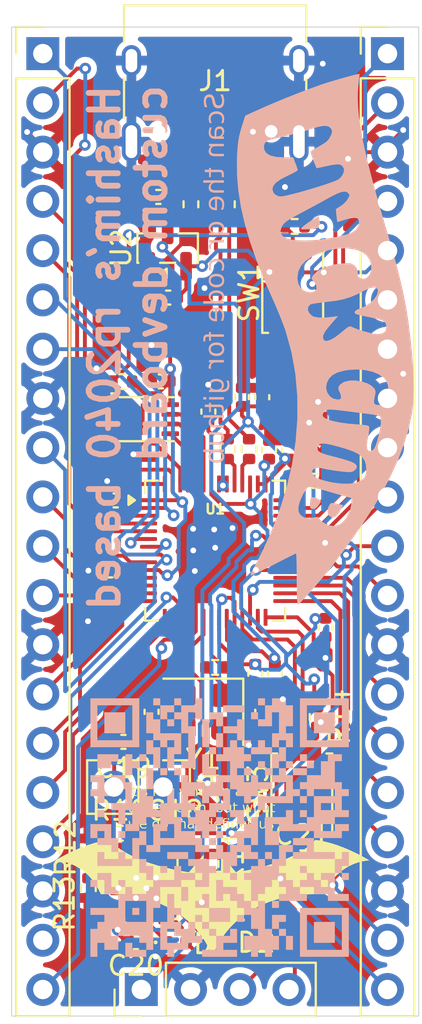
<source format=kicad_pcb>
(kicad_pcb (version 20241229) (generator "pcbnew") (generator_version "9.0")
  (layers (0 "F.Cu" signal) (2 "B.Cu" signal) (13 "F.Paste" user) (15 "B.Paste" user) (5 "F.SilkS" user "F.Silkscreen") (7 "B.SilkS" user "B.Silkscreen") (1 "F.Mask" user) (3 "B.Mask" user) (25 "Edge.Cuts" user))
  (net 0 "")
  (net 1 "GND")
  (net 2 "+3V3")
  (net 3 "+1V1")
  (net 4 "VBUS")
  (net 5 "XIN")
  (net 6 "Net-(C16-Pad2)")
  (net 7 "USB_D-")
  (net 8 "Net-(J1-CC2)")
  (net 9 "USB_D+")
  (net 10 "Net-(J1-CC1)")
  (net 11 "GPIO13")
  (net 12 "GPIO5")
  (net 13 "GPIO9")
  (net 14 "GPIO3")
  (net 15 "GPIO14")
  (net 16 "GPIO7")
  (net 17 "GPIO15")
  (net 18 "GPIO12")
  (net 19 "GPIO4")
  (net 20 "GPIO2")
  (net 21 "GPIO10")
  (net 22 "GPIO11")
  (net 23 "GPIO1")
  (net 24 "GPIO6")
  (net 25 "GPIO0")
  (net 26 "GPIO8")
  (net 27 "GPIO29_ADC3")
  (net 28 "GPIO24")
  (net 29 "GPIO22")
  (net 30 "GPIO26_ADC0")
  (net 31 "GPIO27_ADC1")
  (net 32 "GPIO20")
  (net 33 "GPIO17")
  (net 34 "GPIO18")
  (net 35 "GPIO21")
  (net 36 "GPIO16")
  (net 37 "GPIO23")
  (net 38 "GPIO28_ADC2")
  (net 39 "GPIO19")
  (net 40 "RUN")
  (net 41 "SWD")
  (net 42 "GPIO25")
  (net 43 "SWDCLK")
  (net 44 "Net-(U1-USB_DP)")
  (net 45 "Net-(U1-USB_DM)")
  (net 46 "XOUT")
  (net 47 "QSPI_SS")
  (net 48 "Net-(R7-Pad1)")
  (net 49 "QSPI_SD0")
  (net 50 "QSPI_SD2")
  (net 51 "QSPI_SCLK")
  (net 52 "QSPI_SD3")
  (net 53 "QSPI_SD1")
  (net 54 "BQ_OUT")
  (net 55 "Net-(J4-Pin_2)")
  (net 56 "Net-(D1-K)")
  (net 57 "Net-(D1-A)")
  (net 58 "Net-(D2-A)")
  (net 59 "Net-(D2-K)")
  (net 60 "Net-(U3-ITERM)")
  (net 61 "Net-(U3-ILIM)")
  (net 62 "Net-(U3-ISET)")
  (net 63 "Net-(U3-TS)")
  (footprint "Capacitor_SMD:C_0402_1005Metric" (layer "F.Cu") (at 160.2 91 90)
    (property "Reference" "C16" (hide yes))
    (property "Value" "33pF")
  )
  (footprint "Connector_PinHeader_2.54mm:PinHeader_1x20_P2.54mm_Vertical" (layer "F.Cu") (at 166.66 57.06)
    (property "Reference" "J3" (hide yes))
    (property "Value" "Conn_01x20" (hide yes))
  )
  (footprint "qr code footprint:batman" (layer "F.Cu") (at 157.61 100.63)
    (property "Reference" "G***")
    (property "Value" "LOGO" (hide yes))
  )
  (footprint "Capacitor_SMD:C_0402_1005Metric" (layer "F.Cu") (at 159.15 74.77 90)
    (property "Reference" "C17" (hide yes))
    (property "Value" "0.1uF")
  )
  (footprint "Package_SON:Winbond_USON-8-1EP_3x2mm_P0.5mm_EP0.2x1.6mm" (layer "F.Cu") (at 154.03 75.91)
    (property "Reference" "U4" (hide yes))
    (property "Value" "W25Q16JVUXIQ TR")
  )
  (footprint "Capacitor_SMD:C_0402_1005Metric" (layer "F.Cu") (at 155.35 69.64 180)
    (property "Reference" "C14" (hide yes))
    (property "Value" "10uF")
  )
  (footprint "Package_TO_SOT_SMD:SOT-23" (layer "F.Cu") (at 155.32 67.0875 90)
    (property "Reference" "U2")
    (property "Value" "MCP1700x-330xxTT")
  )
  (footprint "LED_SMD:LED_0402_1005Metric" (layer "F.Cu") (at 158 102.89)
    (property "Reference" "D2")
    (property "Value" "LED")
  )
  (footprint "Crystal:Crystal_SMD_3225-4Pin_3.2x2.5mm" (layer "F.Cu") (at 157.16 91 180)
    (property "Reference" "Y1")
    (property "Value" "12 MHz" (hide yes))
  )
  (footprint "Capacitor_SMD:C_0402_1005Metric" (layer "F.Cu") (at 162.27 98.51)
    (property "Reference" "C21")
    (property "Value" "0.1uF")
  )
  (footprint "Capacitor_SMD:C_0402_1005Metric" (layer "F.Cu") (at 153.68 102.88)
    (property "Reference" "C20")
    (property "Value" "4.7uF")
  )
  (footprint "Connector_PinHeader_2.54mm:PinHeader_1x20_P2.54mm_Vertical" (layer "F.Cu") (at 148.88 57.06)
    (property "Reference" "J2" (hide yes))
    (property "Value" "Conn_01x20" (hide yes))
  )
  (footprint "Capacitor_SMD:C_0402_1005Metric" (layer "F.Cu") (at 154.97 73.96 180)
    (property "Reference" "C6" (hide yes))
    (property "Value" "0.1uF")
  )
  (footprint "LED_SMD:LED_0402_1005Metric" (layer "F.Cu") (at 155.79 102.89)
    (property "Reference" "D1")
    (property "Value" "LED")
  )
  (footprint "Resistor_SMD:R_0402_1005Metric" (layer "F.Cu") (at 157.59 101.34 180)
    (property "Reference" "R9")
    (property "Value" "1.5K")
  )
  (footprint "Capacitor_SMD:C_0402_1005Metric" (layer "F.Cu") (at 163.46 86.66 -90)
    (property "Reference" "C2" (hide yes))
    (property "Value" "0.1uF")
  )
  (footprint "Capacitor_SMD:C_0402_1005Metric" (layer "F.Cu") (at 154.49 91 -90)
    (property "Reference" "C15" (hide yes))
    (property "Value" "33pF")
  )
  (footprint "Capacitor_SMD:C_0402_1005Metric" (layer "F.Cu") (at 152.35 83.71 180)
    (property "Reference" "C1" (hide yes))
    (property "Value" "1uF")
  )
  (footprint "Resistor_SMD:R_0402_1005Metric" (layer "F.Cu") (at 151.23 100.09 -90)
    (property "Reference" "R13")
    (property "Value" "10K")
  )
  (footprint "Resistor_SMD:R_0402_1005Metric" (layer "F.Cu") (at 161.87 65.97)
    (property "Reference" "R7" (hide yes))
    (property "Value" "1k")
  )
  (footprint "Resistor_SMD:R_0402_1005Metric" (layer "F.Cu") (at 157.77 88.71)
    (property "Reference" "R5" (hide yes))
    (property "Value" "1K")
  )
  (footprint "Capacitor_SMD:C_0402_1005Metric" (layer "F.Cu") (at 152.64 80.1 180)
    (property "Reference" "C5" (hide yes))
    (property "Value" "0.1uF")
  )
  (footprint "Resistor_SMD:R_0402_1005Metric" (layer "F.Cu") (at 159.16 64.83 -90)
    (property "Reference" "R1" (hide yes))
    (property "Value" "5.1k")
  )
  (footprint "Capacitor_SMD:C_0402_1005Metric" (layer "F.Cu") (at 160.2 74.78 90)
    (property "Reference" "C7" (hide yes))
    (property "Value" "0.1uF")
  )
  (footprint "Resistor_SMD:R_0402_1005Metric" (layer "F.Cu") (at 157.635 100.34)
    (property "Reference" "R8")
    (property "Value" "1.5K")
  )
  (footprint "Resistor_SMD:R_0402_1005Metric" (layer "F.Cu") (at 163.03 91.27 -90)
    (property "Reference" "R14")
    (property "Value" "10k")
  )
  (footprint "Capacitor_SMD:C_0402_1005Metric" (layer "F.Cu") (at 160.55 77.49 90)
    (property "Reference" "C11" (hide yes))
    (property "Value" "0.1uF")
  )
  (footprint "Resistor_SMD:R_0402_1005Metric" (layer "F.Cu") (at 152.98 73.97 180)
    (property "Reference" "R6" (hide yes))
    (property "Value" "10k")
  )
  (footprint "Resistor_SMD:R_0402_1005Metric" (layer "F.Cu") (at 156.52 64.83 -90)
    (property "Reference" "R2" (hide yes))
    (property "Value" "5.1k")
  )
  (footprint "Connector_PinHeader_2.54mm:PinHeader_1x02_P2.54mm_Vertical" (layer "F.Cu") (at 155.085 94.88 -90)
    (property "Reference" "J4")
    (property "Value" "Conn_01x02")
  )
  (footprint "Capacitor_SMD:C_0402_1005Metric" (layer "F.Cu") (at 162.91 79.09)
    (property "Reference" "C9" (hide yes))
    (property "Value" "0.1uF")
  )
  (footprint "Capacitor_SMD:C_0402_1005Metric" (layer "F.Cu") (at 161.59 77.49 90)
    (property "Reference" "C8" (hide yes))
    (property "Value" "0.1uF")
  )
  (footprint "Capacitor_SMD:C_0402_1005Metric" (layer "F.Cu") (at 153.04 92.55)
    (property "Reference" "C19")
    (property "Value" "4.7uF")
  )
  (footprint "Capacitor_SMD:C_0402_1005Metric" (layer "F.Cu") (at 157.42 75.52 90)
    (property "Reference" "C12" (hide yes))
    (property "Value" "0.1uF")
  )
  (footprint "Resistor_SMD:R_0402_1005Metric" (layer "F.Cu") (at 157.56 98.84 -90)
    (property "Reference" "R11")
    (property "Value" "1.18K")
  )
  (footprint "Button_Switch_SMD:SW_Push_SPST_NO_Alps_SKRK" (layer "F.Cu") (at 162.24 95.22 90)
    (property "Reference" "SW3")
    (property "Value" "SW_Push")
  )
  (footprint "Connector_USB:USB_C_Receptacle_HRO_TYPE-C-31-M-12" (layer "F.Cu") (at 157.77 58.47 180)
    (property "Reference" "J1")
    (property "Value" "USB_C_Receptacle_USB2.0_14P" (hide yes))
  )
  (footprint "Capacitor_SMD:C_0402_1005Metric" (layer "F.Cu") (at 160.85 89.03 -90)
    (property "Reference" "C10" (hide yes))
    (property "Value" "1uF")
  )
  (footprint "Capacitor_SMD:C_0402_1005Metric" (layer "F.Cu") (at 159.84 89.03 -90)
    (property "Reference" "C3" (hide yes))
    (property "Value" "0.1uF")
  )
  (footprint "Capacitor_SMD:C_0402_1005Metric" (layer "F.Cu") (at 162.63 77.49 90)
    (property "Reference" "C4" (hide yes))
    (property "Value" "0.1uF")
  )
  (footprint "Resistor_SMD:R_0402_1005Metric" (layer "F.Cu") (at 158.42 77.4525 -90)
    (property "Reference" "R3" (hide yes))
    (property "Value" "27Ω")
  )
  (footprint "Resistor_SMD:R_0402_1005Metric" (layer "F.Cu") (at 151.23 98.04 -90)
    (property "Reference" "R12")
    (property "Value" "1.13K")
  )
  (footprint "Connector_PinHeader_2.54mm:PinHeader_1x04_P2.54mm_Vertical" (layer "F.Cu") (at 153.96 105.32 90)
    (property "Reference" "J5" (hide yes))
    (property "Value" "Conn_01x04" (hide yes))
  )
  (footprint "Button_Switch_SMD:SW_Push_SPST_NO_Alps_SKRK" (layer "F.Cu") (at 161.77 69.39 90)
    (property "Reference" "SW1")
    (property "Value" "SW_Push")
  )
  (footprint "Resistor_SMD:R_0402_1005Metric" (layer "F.Cu") (at 159.52 77.4525 -90)
    (property "Reference" "R4" (hide yes))
    (property "Value" "27Ω")
  )
  (footprint "Package_DFN_QFN:VQFN-16-1EP_3x3mm_P0.5mm_EP1.6x1.6mm" (layer "F.Cu") (at 154.22 100.0825)
    (property "Reference" "U3")
    (property "Value" "BQ24074RGT")
  )
  (footprint "Capacitor_SMD:C_0402_1005Metric" (layer "F.Cu") (at 154.84 64.45 180)
    (property "Reference" "C13" (hide yes))
    (property "Value" "10uF")
  )
  (footprint "Capacitor_SMD:C_0402_1005Metric" (layer "F.Cu") (at 154.8 97.26)
    (property "Reference" "C18")
    (property "Value" "1uF")
  )
  (footprint "Resistor_SMD:R_0402_1005Metric" (layer "F.Cu") (at 152.85 97.26)
    (property "Reference" "R10")
    (property "Value" "4.12K")
  )
  (footprint "Package_DFN_QFN:QFN-56-1EP_7x7mm_P0.4mm_EP3.2x3.2mm" (layer "F.Cu") (at 157.77 82.69)
    (property "Reference" "U1")
    (property "Value" "RP2040")
  )
  (footprint "qr code footprint:hackclub flag 10" (layer "B.Cu") (at 163.88 71.25 -90)
    (property "Reference" "G***" (hide yes))
    (property "Value" "LOGO" (hide yes))
  )
  (footprint "qr code footprint:qr code 15" (layer "B.Cu") (at 158 96.97 180)
    (property "Reference" "G***" (hide yes))
    (property "Value" "LOGO" (hide yes))
  )
  (gr_rect (start 147.27 55.69) (end 168.27 106.69) (stroke (width 0.05)) (fill no) (layer "Edge.Cuts"))
  (gr_text "It's not who we are\nunderneath, but what \nwe do that defines us" (at 153.27 97.1 0) (layer "F.SilkS") (effects (font (size 0.5 0.5) (thickness 0.1)) (justify left bottom)))
  (gr_text "Hashim's rp2040 based\ncustom devboard" (at 155.36 58.53 90) (layer "B.SilkS") (effects (font (size 1.5 1.5) (thickness 0.3) (bold yes)) (justify left bottom mirror)))
  (gr_text "Scan the qr code for github" (at 158.39 59.07 90) (layer "B.SilkS") (effects (font (size 1 1) (thickness 0.1)) (justify left bottom mirror)))
  (segment (start 157.77 82.69) (end 157.757531 82.69) (width 0.2) (layer "F.Cu") (net 1))
  (segment (start 152.7825 100.8325) (end 152.8335 100.7815) (width 0.2) (layer "F.Cu") (net 1))
  (segment (start 166.66 62.14) (end 164.96853 62.14) (width 0.2) (layer "F.Cu") (net 1))
  (segment (start 164.96853 62.14) (end 164.624265 62.484265) (width 0.2) (layer "F.Cu") (net 1))
  (segment (start 151.21 86.33) (end 151.04 86.5) (width 0.2) (layer "F.Cu") (net 1))
  (segment (start 157.42 75.04) (end 157.42 74.14) (width 0.2) (layer "F.Cu") (net 1))
  (segment (start 157.77 82.69) (end 156.96 82.69) (width 0.2) (layer "F.Cu") (net 1))
  (segment (start 148.88 62.14) (end 148.88 61.91) (width 0.2) (layer "F.Cu") (net 1))
  (segment (start 154.47 99.8325) (end 154.22 100.0825) (width 0.2) (layer "F.Cu") (net 1))
  (segment (start 154.51 90.36) (end 154.51 90.44) (width 0.2) (layer "F.Cu") (net 1))
  (segment (start 155.69 90.52) (end 156.06 90.15) (width 0.2) (layer "F.Cu") (net 1))
  (segment (start 156.77 86.1275) (end 156.77 86.85) (width 0.2) (layer "F.Cu") (net 1))
  (segment (start 157.77 82.69) (end 156.407384 84.052616) (width 0.2) (layer "F.Cu") (net 1))
  (segment (start 152.8335 100.7815) (end 153.521 100.7815) (width 0.2) (layer "F.Cu") (net 1))
  (segment (start 154.47 98.645) (end 154.47 99.8325) (width 0.2) (layer "F.Cu") (net 1))
  (segment (start 156.77 86.85) (end 156.06 87.56) (width 0.2) (layer "F.Cu") (net 1))
  (segment (start 154.16 102.88) (end 154.16 103.08) (width 0.2) (layer "F.Cu") (net 1))
  (segment (start 156.52 65.34) (end 156.52 66.395532) (width 0.2) (layer "F.Cu") (net 1))
  (segment (start 154.22 100.048567) (end 154.717809 99.550758) (width 0.2) (layer "F.Cu") (net 1))
  (segment (start 163.39 79.09) (end 163.39 78.426018) (width 0.2) (layer "F.Cu") (net 1))
  (segment (start 163.46 87.14) (end 163.46 88.22) (width 0.2) (layer "F.Cu") (net 1))
  (segment (start 152.2 79.1) (end 152.2 80.06) (width 0.2) (layer "F.Cu") (net 1))
  (segment (start 154.22 100.0825) (end 154.22 100.101172) (width 0.2) (layer "F.Cu") (net 1))
  (segment (start 157.77 81.65) (end 157.72 81.6) (width 0.2) (layer "F.Cu") (net 1))
  (segment (start 156.407384 85.038943) (end 156.77 85.401559) (width 0.2) (layer "F.Cu") (net 1))
  (segment (start 157.77 82.421151) (end 158.68 81.511151) (width 0.2) (layer "F.Cu") (net 1))
  (segment (start 154.97 101.52) (end 154.919 101.469) (width 0.2) (layer "F.Cu") (net 1))
  (segment (start 151.241 83.71) (end 151.23 83.721) (width 0.2) (layer "F.Cu") (net 1))
  (segment (start 162.63 77.01) (end 163.39 77.77) (width 0.2) (layer "F.Cu") (net 1))
  (segment (start 166.66 62.14) (end 166.66 61.81) (width 0.2) (layer "F.Cu") (net 1))
  (segment (start 154.22 100.101172) (end 154.739492 100.620664) (width 0.2) (layer "F.Cu") (net 1))
  (segment (start 162.62 76.09) (end 162.62 77) (width 0.2) (layer "F.Cu") (net 1))
  (segment (start 153.97 101.52) (end 153.97 100.3325) (width 0.2) (layer "F.Cu") (net 1))
  (segment (start 156.96 82.69) (end 156.78 82.87) (width 0.2) (layer "F.Cu") (net 1))
  (segment (start 157.757531 82.69) (end 156.633002 81.565471) (width 0.2) (layer "F.Cu") (net 1))
  (segment (start 158.22 82.69) (end 158.36 82.83) (width 0.2) (layer "F.Cu") (net 1))
  (segment (start 152.605 76.777268) (end 153.548866 77.721134) (width 0.2) (layer "F.Cu") (net 1))
  (segment (start 156.65 82.69) (end 156.64 82.68) (width 0.2) (layer "F.Cu") (net 1))
  (segment (start 161.02 63.59) (end 161.37 63.94) (width 0.2) (layer "F.Cu") (net 1))
  (segment (start 153.97 100.3325) (end 154.22 100.0825) (width 0.2) (layer "F.Cu") (net 1))
  (segment (start 157.77 82.419002) (end 158.664494 81.524508) (width 0.2) (layer "F.Cu") (net 1))
  (segment (start 162.24 97.32) (end 162.24 98) (width 0.2) (layer "F.Cu") (net 1))
  (segment (start 151.4625 100.8325) (end 151.23 100.6) (width 0.2) (layer "F.Cu") (net 1))
  (segment (start 163.39 77.77) (end 163.39 79.09) (width 0.2) (layer "F.Cu") (net 1))
  (segment (start 162.62 77) (end 162.63 77.01) (width 0.2) (layer "F.Cu") (net 1))
  (segment (start 156.407384 84.052616) (end 156.407384 85.038943) (width 0.2) (layer "F.Cu") (net 1))
  (segment (start 151.87 83.71) (end 151.241 83.71) (width 0.2) (layer "F.Cu") (net 1))
  (segment (start 154.47 98.645) (end 154.47 97.41) (width 0.2) (layer "F.Cu") (net 1))
  (segment (start 154.49 73.96) (end 154.49 72.09) (width 0.2) (layer "F.Cu") (net 1))
  (segment (start 152.605 76.66) (end 152.605 76.777268) (width 0.2) (layer "F.Cu") (net 1))
  (segment (start 154.22 100.0825) (end 154.22 100.048567) (width 0.2) (layer "F.Cu") (net 1))
  (segment (start 154.22 100.0825) (end 154.201327 100.0825) (width 0.2) (layer "F.Cu") (net 1))
  (segment (start 157.77 82.69) (end 156.65 82.69) (width 0.2) (layer "F.Cu") (net 1))
  (segment (start 148.88 61.91) (end 148.07 61.1) (width 0.2) (layer "F.Cu") (net 1))
  (segment (start 156.06 87.56) (end 156.06 90.15) (width 0.2) (layer "F.Cu") (net 1))
  (segment (start 152.2 80.06) (end 152.16 80.1) (width 0.2) (layer "F.Cu") (net 1))
  (segment (start 157.42 74.14) (end 157.41 74.13) (width 0.2) (layer "F.Cu") (net 1))
  (segment (start 153.521 100.7815) (end 154.22 100.0825) (width 0.2) (layer "F.Cu") (net 1))
  (segment (start 166.66 61.81) (end 167.47 61) (width 0.2) (layer "F.Cu") (net 1))
  (segment (start 154.890532 68.025) (end 154.37 68.025) (width 0.2) (layer "F.Cu") (net 1))
  (segment (start 154.209333 100.0825) (end 153.694027 99.567194) (width 0.2) (layer "F.Cu") (net 1))
  (segment (start 162.24 98) (end 162.75 98.51) (width 0.2) (layer "F.Cu") (net 1))
  (segment (start 151.04 86.5) (end 149.92 86.5) (width 0.2) (layer "F.Cu") (net 1))
  (segment (start 154.16 103.08) (end 154.7 103.62) (width 0.2) (layer "F.Cu") (net 1))
  (segment (start 162.09 57.42) (end 163.16 57.42) (width 0.2) (layer "F.Cu") (net 1))
  (segment (start 158.26 91.85) (end 158.64 91.85) (width 0.2) (layer "F.Cu") (net 1))
  (segment (start 154.201327 100.0825) (end 153.681836 100.601991) (width 0.2) (layer "F.Cu") (net 1))
  (segment (start 157.77 82.69) (end 157.77 81.65) (width 0.2) (layer "F.Cu") (net 1))
  (segment (start 159.84 89.51) (end 160.85 89.51) (width 0.2) (layer "F.Cu") (net 1))
  (segment (start 156.52 66.395532) (end 154.890532 68.025) (width 0.2) (layer "F.Cu") (net 1))
  (segment (start 163.16 57.42) (end 163.32 57.58) (width 0.2) (layer "F.Cu") (net 1))
  (segment (start 154.919 101.469) (end 154.919 100.7815) (width 0.2) (layer "F.Cu") (net 1))
  (segment (start 156.77 85.401559) (end 156.77 86.1275) (width 0.2) (layer "F.Cu") (net 1))
  (segment (start 163.39 78.426018) (end 163.369837 78.405855) (width 0.2) (layer "F.Cu") (net 1))
  (segment (start 154.47 97.41) (end 154.32 97.26) (width 0.2) (layer "F.Cu") (net 1))
  (segment (start 157.77 82.69) (end 157.77 82.421151) (width 0.2) (layer "F.Cu") (net 1))
  (segment (start 149.92 86.5) (end 148.88 87.54) (width 0.2) (layer "F.Cu") (net 1))
  (segment (start 154.49 90.52) (end 155.69 90.52) (width 0.2) (layer "F.Cu") (net 1))
  (segment (start 154.919 100.7815) (end 154.22 100.0825) (width 0.2) (layer "F.Cu") (net 1))
  (segment (start 152.7825 100.8325) (end 151.4625 100.8325) (width 0.2) (layer "F.Cu") (net 1))
  (segment (start 154.22 100.0825) (end 154.209333 100.0825) (width 0.2) (layer "F.Cu") (net 1))
  (segment (start 157.77 82.69) (end 157.77 82.419002) (width 0.2) (layer "F.Cu") (net 1))
  (segment (start 157.77 82.69) (end 158.22 82.69) (width 0.2) (layer "F.Cu") (net 1))
  (segment (start 161.02 62.515) (end 161.02 63.59) (width 0.2) (layer "F.Cu") (net 1))
  (via (at 163.46 88.22) (size 0.6) (drill 0.3) (layers "F.Cu" "B.Cu") (net 1))
  (via (at 157.22 69.15) (size 0.6) (drill 0.3) (layers "F.Cu" "B.Cu") (net 1))
  (via (at 161.26 90.35) (size 0.6) (drill 0.3) (layers "F.Cu" "B.Cu") (net 1))
  (via (at 148.07 61.1) (size 0.6) (drill 0.3) (layers "F.Cu" "B.Cu") (net 1))
  (via (at 159.51 92.72) (size 0.6) (drill 0.3) (layers "F.Cu" "B.Cu") (net 1))
  (via (at 157.41 74.13) (size 0.6) (drill 0.3) (layers "F.Cu" "B.Cu") (net 1))
  (via (at 157.72 81.6) (size 0.6) (drill 0.3) (layers "F.Cu" "B.Cu") (net 1))
  (via (at 151.65 73.285627) (size 0.6) (drill 0.3) (layers "F.Cu" "B.Cu") (net 1))
  (via (at 153.548866 77.721134) (size 0.6) (drill 0.3) (layers "F.Cu" "B.Cu") (net 1))
  (via (at 157.77 82.54) (size 0.6) (drill 0.3) (layers "F.Cu" "B.Cu") (net 1))
  (via (at 161.37 63.94) (size 0.6) (drill 0.3) (layers "F.Cu" "B.Cu") (net 1))
  (via (at 151.21 86.33) (size 0.6) (drill 0.3) (layers "F.Cu" "B.Cu") (net 1))
  (via (at 162.62 76.09) (size 0.6) (drill 0.3) (layers "F.Cu" "B.Cu") (net 1))
  (via (at 153.681836 100.601991) (size 0.6) (drill 0.3) (layers "F.Cu" "B.Cu") (net 1))
  (via (at 156.633002 81.565471) (size 0.6) (drill 0.3) (layers "F.Cu" "B.Cu") (net 1))
  (via (at 154.7 103.62) (size 0.6) (drill 0.3) (layers "F.Cu" "B.Cu") (net 1))
  (via (at 164.624265 62.484265) (size 0.6) (drill 0.3) (layers "F.Cu" "B.Cu") (net 1))
  (via (at 154.717809 99.550758) (size 0.6) (drill 0.3) (layers "F.Cu" "B.Cu") (net 1))
  (via (at 153.694027 99.567194) (size 0.6) (drill 0.3) (layers "F.Cu" "B.Cu") (net 1))
  (via (at 167.47 61) (size 0.6) (drill 0.3) (layers "F.Cu" "B.Cu") (net 1))
  (via (at 151.23 83.721) (size 0.6) (drill 0.3) (layers "F.Cu" "B.Cu") (net 1))
  (via (at 158.664494 81.524508) (size 0.6) (drill 0.3) (layers "F.Cu" "B.Cu") (net 1))
  (via (at 156.72 83.74) (size 0.6) (drill 0.3) (layers "F.Cu" "B.Cu") (net 1))
  (via (at 154.739492 100.620664) (size 0.6) (drill 0.3) (layers "F.Cu" "B.Cu") (net 1))
  (via (at 163.32 57.58) (size 0.6) (drill 0.3) (layers "F.Cu" "B.Cu") (net 1))
  (via (at 154.22 100.101172) (size 0.6) (drill 0.3) (layers "F.Cu" "B.Cu") (net 1))
  (via (at 152.2 79.1) (size 0.6) (drill 0.3) (layers "F.Cu" "B.Cu") (net 1))
  (via (at 156.64 82.68) (size 0.6) (drill 0.3) (layers "F.Cu" "B.Cu") (net 1))
  (via (at 167.47 73.57) (size 0.6) (drill 0.3) (layers "F.Cu" "B.Cu") (net 1))
  (via (at 154.49 72.09) (size 0.6) (drill 0.3) (layers "F.Cu" "B.Cu") (net 1))
  (segment (start 151.23 83.721) (end 151.23 86.31) (width 0.2) (layer "B.Cu") (net 1))
  (segment (start 166.66 74.84) (end 166.66 74.38) (width 0.2) (layer "B.Cu") (net 1))
  (segment (start 153.548866 77.721134) (end 151.761134 77.721134) (width 0.2) (layer "B.Cu") (net 1))
  (segment (start 152.959482 79.300518) (end 153.548866 78.711134) (width 0.2) (layer "B.Cu") (net 1))
  (segment (start 153.548866 75.724462) (end 153.548866 77.721134) (width 0.2) (layer "B.Cu") (net 1))
  (segment (start 151.761134 77.721134) (end 148.88 74.84) (width 0.2) (layer "B.Cu") (net 1))
  (segment (start 152.2 79.964611) (end 151.23 80.934611) (width 0.2) (layer "B.Cu") (net 1))
  (segment (start 151.23 80.934611) (end 151.23 83.721) (width 0.2) (layer "B.Cu") (net 1))
  (segment (start 152.2 79.1) (end 152.400518 79.300518) (width 0.2) (layer "B.Cu") (net 1))
  (segment (start 163.483 89.571661) (end 162.704661 90.35) (width 0.2) (layer "B.Cu") (net 1))
  (segment (start 166.66 74.38) (end 167.47 73.57) (width 0.2) (layer "B.Cu") (net 1))
  (segment (start 151.23 86.31) (end 151.21 86.33) (width 0.2) (layer "B.Cu") (net 1))
  (segment (start 152.400518 79.300518) (end 152.959482 79.300518) (width 0.2) (layer "B.Cu") (net 1))
  (segment (start 153.548866 78.711134) (end 153.548866 77.721134) (width 0.2) (layer "B.Cu") (net 1))
  (segment (start 162.704661 90.35) (end 161.26 90.35) (width 0.2) (layer "B.Cu") (net 1))
  (segment (start 148.88 62.14) (end 148.88 61.91) (width 0.2) (layer "B.Cu") (net 1))
  (segment (start 151.714789 73.350416) (end 151.714789 73.890385) (width 0.2) (layer "B.Cu") (net 1))
  (segment (start 163.46 88.22) (end 163.483 88.243) (width 0.2) (layer "B.Cu") (net 1))
  (segment (start 152.2 79.1) (end 152.2 79.964611) (width 0.2) (layer "B.Cu") (net 1))
  (segment (start 151.714789 73.890385) (end 153.548866 75.724462) (width 0.2) (layer "B.Cu") (net 1))
  (segment (start 163.483 88.243) (end 163.483 89.571661) (width 0.2) (layer "B.Cu") (net 1))
  (segment (start 151.65 73.285627) (end 151.714789 73.350416) (width 0.2) (layer "B.Cu") (net 1))
  (segment (start 155.83 69.79) (end 155.45 70.17) (width 0.2) (layer "F.Cu") (net 2))
  (segment (start 159.97 79.2525) (end 160.3075 79.2525) (width 0.2) (layer "F.Cu") (net 2))
  (segment (start 160.59 68.34) (end 163.371 68.34) (width 0.2) (layer "F.Cu") (net 2))
  (segment (start 161.2075 83.69) (end 159.880002 83.69) (width 0.2) (layer "F.Cu") (net 2))
  (segment (start 157.97 86.79) (end 157.98 86.8) (width 0.2) (layer "F.Cu") (net 2))
  (segment (start 154.867774 83.69) (end 154.3325 83.69) (width 0.2) (layer "F.Cu") (net 2))
  (segment (start 155.83 69.64) (end 155.83 69.79) (width 0.2) (layer "F.Cu") (net 2))
  (segment (start 156.28 68.035) (end 156.27 68.025) (width 0.2) (layer "F.Cu") (net 2))
  (segment (start 161.396029 77.97) (end 161.368 77.941971) (width 0.2) (layer "F.Cu") (net 2))
  (segment (start 162.43 79.1) (end 162.43 79.09) (width 0.2) (layer "F.Cu") (net 2))
  (segment (start 163.434265 86.205735) (end 163.46 86.18) (width 0.2) (layer "F.Cu") (net 2))
  (segment (start 154.3325 83.69) (end 152.85 83.69) (width 0.2) (layer "F.Cu") (net 2))
  (segment (start 162.63 78.89) (end 162.43 79.09) (width 0.2) (layer "F.Cu") (net 2))
  (segment (start 157.97 86.1275) (end 157.97 86.79) (width 0.2) (layer "F.Cu") (net 2))
  (segment (start 156.28 69.19) (end 156.28 68.035) (width 0.2) (layer "F.Cu") (net 2))
  (segment (start 161.43 80.09) (end 162.43 79.09) (width 0.2) (layer "F.Cu") (net 2))
  (segment (start 155.981375 80.09) (end 154.3325 80.09) (width 0.2) (layer "F.Cu") (net 2))
  (segment (start 160.19 75.25) (end 160.2 75.26) (width 0.2) (layer "F.Cu") (net 2))
  (segment (start 161.59 77.97) (end 161.59 78.25) (width 0.2) (layer "F.Cu") (net 2))
  (segment (start 159.07 88.55) (end 159.84 88.55) (width 0.2) (layer "F.Cu") (net 2))
  (segment (start 161.44 80.09) (end 161.2075 80.09) (width 0.2) (layer "F.Cu") (net 2))
  (segment (start 155.138992 83.961218) (end 154.867774 83.69) (width 0.2) (layer "F.Cu") (net 2))
  (segment (start 158.37 79.2525) (end 158.17 79.4525) (width 0.2) (layer "F.Cu") (net 2))
  (segment (start 158.17 79.4525) (end 157.97 79.2525) (width 0.2) (layer "F.Cu") (net 2))
  (segment (start 159.15 75.723971) (end 159.47191 76.045881) (width 0.2) (layer "F.Cu") (net 2))
  (segment (start 159.15 75.25) (end 159.15 75.723971) (width 0.2) (layer "F.Cu") (net 2))
  (segment (start 157.095 68.025) (end 157.1 68.02) (width 0.2) (layer "F.Cu") (net 2))
  (segment (start 157.973 86.807) (end 157.973 87.453) (width 0.2) (layer "F.Cu") (net 2))
  (segment (start 155.45 73.31) (end 155.45 73.96) (width 0.2) (layer "F.Cu") (net 2))
  (segment (start 162.882 90.012) (end 163.03 90.16) (width 0.2) (layer "F.Cu") (net 2))
  (segment (start 159.880002 83.69) (end 159.870002 83.68) (width 0.2) (layer "F.Cu") (net 2))
  (segment (start 157.98 86.8) (end 157.973 86.807) (width 0.2) (layer "F.Cu") (net 2))
  (segment (start 155.83 69.64) (end 156.28 69.19) (width 0.2) (layer "F.Cu") (net 2))
  (segment (start 159.15 75.25) (end 160.19 75.25) (width 0.2) (layer "F.Cu") (net 2))
  (segment (start 155.304554 83.961218) (end 155.138992 83.961218) (width 0.2) (layer "F.Cu") (net 2))
  (segment (start 160.57 68.32) (end 160.59 68.34) (width 0.2) (layer "F.Cu") (net 2))
  (segment (start 154.3325 80.09) (end 153.13 80.09) (width 0.2) (layer "F.Cu") (net 2))
  (segment (start 162.882 89.322718) (end 162.882 90.012) (width 0.2) (layer "F.Cu") (net 2))
  (segment (start 161.2075 80.09) (end 161.43 80.09) (width 0.2) (layer "F.Cu") (net 2))
  (segment (start 155.45 70.17) (end 155.45 73.31) (width 0.2) (layer "F.Cu") (net 2))
  (segment (start 153.49 73.97) (end 154.09 74.57) (width 0.2) (layer "F.Cu") (net 2))
  (segment (start 154.09 74.57) (end 154.84 74.57) (width 0.2) (layer "F.Cu") (net 2))
  (segment (start 154.84 74.57) (end 155.45 73.96) (width 0.2) (layer "F.Cu") (net 2))
  (segment (start 153.13 80.09) (end 153.12 80.1) (width 0.2) (layer "F.Cu") (net 2))
  (segment (start 160.3075 79.2525) (end 161.59 77.97) (width 0.2) (layer "F.Cu") (net 2))
  (segment (start 156.27 68.025) (end 157.095 68.025) (width 0.2) (layer "F.Cu") (net 2))
  (segment (start 155.455 73.965) (end 155.45 73.96) (width 0.2) (layer "F.Cu") (net 2))
  (segment (start 157.973 87.453) (end 159.07 88.55) (width 0.2) (layer "F.Cu") (net 2))
  (segment (start 163.03 90.16) (end 163.03 90.76) (width 0.2) (layer "F.Cu") (net 2))
  (segment (start 161.59 77.97) (end 161.396029 77.97) (width 0.2) (layer "F.Cu") (net 2))
  (segment (start 161.59 78.25) (end 162.43 79.09) (width 0.2) (layer "F.Cu") (net 2))
  (segment (start 162.934265 86.205735) (end 163.434265 86.205735) (width 0.2) (layer "F.Cu") (net 2))
  (segment (start 156.078497 80.187122) (end 155.981375 80.09) (width 0.2) (layer "F.Cu") (net 2))
  (segment (start 152.85 83.69) (end 152.83 83.71) (width 0.2) (layer "F.Cu") (net 2))
  (segment (start 155.455 75.16) (end 155.455 73.965) (width 0.2) (layer "F.Cu") (net 2))
  (segment (start 162.63 77.97) (end 162.63 78.89) (width 0.2) (layer "F.Cu") (net 2))
  (via (at 159.84 88.55) (size 0.6) (drill 0.3) (layers "F.Cu" "B.Cu") (net 2))
  (via (at 155.304554 83.961218) (size 0.6) (drill 0.3) (layers "F.Cu" "B.Cu") (net 2))
  (via (at 159.870002 83.68) (size 0.6) (drill 0.3) (layers "F.Cu" "B.Cu") (net 2))
  (via (at 163.371 68.34) (size 0.6) (drill 0.3) (layers "F.Cu" "B.Cu") (net 2))
  (via (at 162.882 89.322718) (size 0.6) (drill 0.3) (layers "F.Cu" "B.Cu") (net 2))
  (via (at 160.57 68.32) (size 0.6) (drill 0.3) (layers "F.Cu" "B.Cu") (net 2))
  (via (at 161.368 77.941971) (size 0.6) (drill 0.3) (layers "F.Cu" "B.Cu") (net 2))
  (via (at 156.078497 80.187122) (size 0.6) (drill 0.3) (layers "F.Cu" "B.Cu") (net 2))
  (via (at 155.45 73.31) (size 0.6) (drill 0.3) (layers "F.Cu" "B.Cu") (net 2))
  (via (at 157.1 68.02) (size 0.6) (drill 0.3) (layers "F.Cu" "B.Cu") (net 2))
  (via (at 162.934265 86.205735) (size 0.6) (drill 0.3) (layers "F.Cu" "B.Cu") (net 2))
  (via (at 159.47191 76.045881) (size 0.6) (drill 0.3) (layers "F.Cu" "B.Cu") (net 2))
  (via (at 158.17 79.331542) (size 0.6) (drill 0.3) (layers "F.Cu" "B.Cu") (net 2))
  (segment (start 155.57 74.6558) (end 155.591 74.6768) (width 0.2) (layer "B.Cu") (net 2))
  (segment (start 159.47 67.22) (end 157.9 67.22) (width 0.2) (layer "B.Cu") (net 2))
  (segment (start 159.870002 83.68) (end 160.65 82.900002) (width 0.2) (layer "B.Cu") (net 2))
  (segment (start 160.63 79.8171) (end 160.705177 79.741923) (width 0.2) (layer "B.Cu") (net 2))
  (segment (start 160.705177 78.764061) (end 160.905177 78.564061) (width 0.2) (layer "B.Cu") (net 2))
  (segment (start 159.47191 76.045881) (end 159.47191 69.41809) (width 0.2) (layer "B.Cu") (net 2))
  (segment (start 160.65 82.549196) (end 160.872002 82.327194) (width 0.2) (layer "B.Cu") (net 2))
  (segment (start 161.431 87.981057) (end 161.431 88.17) (width 0.2) (layer "B.Cu") (net 2))
  (segment (start 162.934265 86.666735) (end 162.934265 86.205735) (width 0.2) (layer "B.Cu") (net 2))
  (segment (start 160.905177 78.404794) (end 161.368 77.941971) (width 0.2) (layer "B.Cu") (net 2))
  (segment (start 156.231 81.118943) (end 155.89 81.459943) (width 0.2) (layer "B.Cu") (net 2))
  (segment (start 155.89 83.539943) (end 155.468725 83.961218) (width 0.2) (layer "B.Cu") (net 2))
  (segment (start 160.65 82.900002) (end 160.65 82.549196) (width 0.2) (layer "B.Cu") (net 2))
  (segment (start 165.54 68.34) (end 163.371 68.34) (width 0.2) (layer "B.Cu") (net 2))
  (segment (start 157.9 67.22) (end 157.1 68.02) (width 0.2) (layer "B.Cu") (net 2))
  (segment (start 162.66019 89.544528) (end 162.434528 89.544528) (width 0.2) (layer "B.Cu") (net 2))
  (segment (start 162.434528 89.544528) (end 161.431 88.541) (width 0.2) (layer "B.Cu") (net 2))
  (segment (start 160.872002 82.327194) (end 160.872002 81.497108) (width 0.2) (layer "B.Cu") (net 2))
  (segment (start 155.468725 83.961218) (end 155.304554 83.961218) (width 0.2) (layer "B.Cu") (net 2))
  (segment (start 159.112828 84.437174) (end 159.112828 85.662885) (width 0.2) (layer "B.Cu") (net 2))
  (segment (start 156.231 80.339625) (end 156.231 81.118943) (width 0.2) (layer "B.Cu") (net 2))
  (segment (start 159.112828 85.662885) (end 161.431 87.981057) (width 0.2) (layer "B.Cu") (net 2))
  (segment (start 155.591 79.699625) (end 156.078497 80.187122) (width 0.2) (layer "B.Cu") (net 2))
  (segment (start 155.57 74.6558) (end 155.57 73.43) (width 0.2) (layer "B.Cu") (net 2))
  (segment (start 155.89 81.459943) (end 155.89 83.539943) (width 0.2) (layer "B.Cu") (net 2))
  (segment (start 158.17 77.347791) (end 159.47191 76.045881) (width 0.2) (layer "B.Cu") (net 2))
  (segment (start 162.882 89.322718) (end 162.66019 89.544528) (width 0.2) (layer "B.Cu") (net 2))
  (segment (start 160.65 80.92) (end 160.63 80.9) (width 0.2) (layer "B.Cu") (net 2))
  (segment (start 160.121 88.831) (end 159.84 88.55) (width 0.2) (layer "B.Cu") (net 2))
  (segment (start 160.872002 81.497108) (end 160.65 81.275106) (width 0.2) (layer "B.Cu") (net 2))
  (segment (start 161.368 77.941971) (end 159.47191 76.045881) (width 0.2) (layer "B.Cu") (net 2))
  (segment (start 160.905177 78.564061) (end 160.905177 78.404794) (width 0.2) (layer "B.Cu") (net 2))
  (segment (start 161.431 88.17) (end 162.934265 86.666735) (width 0.2) (layer "B.Cu") (net 2))
  (segment (start 158.17 79.331542) (end 158.17 77.347791) (width 0.2) (layer "B.Cu") (net 2))
  (segment (start 160.57 68.32) (end 159.47 67.22) (width 0.2) (layer "B.Cu") (net 2))
  (segment (start 159.870002 83.68) (end 159.112828 84.437174) (width 0.2) (layer "B.Cu") (net 2))
  (segment (start 156.078497 80.187122) (end 156.231 80.339625) (width 0.2) (layer "B.Cu") (net 2))
  (segment (start 160.63 80.9) (end 160.63 79.8171) (width 0.2) (layer "B.Cu") (net 2))
  (segment (start 155.57 73.43) (end 155.45 73.31) (width 0.2) (layer "B.Cu") (net 2))
  (segment (start 161.431 88.478943) (end 161.078943 88.831) (width 0.2) (layer "B.Cu") (net 2))
  (segment (start 161.431 88.17) (end 161.431 88.478943) (width 0.2) (layer "B.Cu") (net 2))
  (segment (start 160.65 81.275106) (end 160.65 80.92) (width 0.2) (layer "B.Cu") (net 2))
  (segment (start 159.47191 69.41809) (end 160.57 68.32) (width 0.2) (layer "B.Cu") (net 2))
  (segment (start 160.705177 79.741923) (end 160.705177 78.764061) (width 0.2) (layer "B.Cu") (net 2))
  (segment (start 155.591 74.6768) (end 155.591 79.699625) (width 0.2) (layer "B.Cu") (net 2))
  (segment (start 161.431 88.541) (end 161.431 88.478943) (width 0.2) (layer "B.Cu") (net 2))
  (segment (start 161.078943 88.831) (end 160.121 88.831) (width 0.2) (layer "B.Cu") (net 2))
  (segment (start 166.66 67.22) (end 165.54 68.34) (width 0.2) (layer "B.Cu") (net 2))
  (segment (start 157.57 79.787774) (end 157.57 79.2525) (width 0.2) (layer "F.Cu") (net 3))
  (segment (start 160.55 77.97) (end 160.55 78.069295) (width 0.2) (layer "F.Cu") (net 3))
  (segment (start 159.57 79.2525) (end 159.57 80.25) (width 0.2) (layer "F.Cu") (net 3))
  (segment (start 158.37 86.6229) (end 158.381 86.6339) (width 0.2) (layer "F.Cu") (net 3))
  (segment (start 157.42 76) (end 157.57 76.15) (width 0.2) (layer "F.Cu") (net 3))
  (segment (start 160.85 88.55) (end 160.85 88.25) (width 0.2) (layer "F.Cu") (net 3))
  (segment (start 157.57 76.67) (end 157.42 76.52) (width 0.2) (layer "F.Cu") (net 3))
  (segment (start 158.381 86.6339) (end 158.381 87.2939) (width 0.2) (layer "F.Cu") (net 3))
  (segment (start 158.96355 87.87645) (end 160.17645 87.87645) (width 0.2) (layer "F.Cu") (net 3))
  (segment (start 160.55 78.069295) (end 160.304177 78.315118) (width 0.2) (layer "F.Cu") (net 3))
  (segment (start 159.57 80.25) (end 159.6 80.28) (width 0.2) (layer "F.Cu") (net 3))
  (segment (start 158.381 87.2939) (end 158.96355 87.87645) (width 0.2) (layer "F.Cu") (net 3))
  (segment (start 159.6 80.28) (end 158.062226 80.28) (width 0.2) (layer "F.Cu") (net 3))
  (segment (start 157.57 79.2525) (end 157.57 76.67) (width 0.2) (layer "F.Cu") (net 3))
  (segment (start 158.062226 80.28) (end 157.57 79.787774) (width 0.2) (layer "F.Cu") (net 3))
  (segment (start 160.85 88.25) (end 160.83 88.23) (width 0.2) (layer "F.Cu") (net 3))
  (segment (start 160.17645 87.87645) (end 160.85 88.55) (width 0.2) (layer "F.Cu") (net 3))
  (segment (start 157.42 76.52) (end 157.42 76) (width 0.2) (layer "F.Cu") (net 3))
  (segment (start 158.37 86.1275) (end 158.37 86.6229) (width 0.2) (layer "F.Cu") (net 3))
  (via (at 159.6 80.28) (size 0.6) (drill 0.3) (layers "F.Cu" "B.Cu") (net 3))
  (via (at 160.83 88.23) (size 0.6) (drill 0.3) (layers "F.Cu" "B.Cu") (net 3))
  (via (at 160.304177 78.315118) (size 0.6) (drill 0.3) (layers "F.Cu" "B.Cu") (net 3))
  (segment (start 160.471002 81.663208) (end 160.13 81.322206) (width 0.2) (layer "B.Cu") (net 3))
  (segment (start 160.304177 79.575823) (end 159.6 80.28) (width 0.2) (layer "B.Cu") (net 3))
  (segment (start 160.118945 82.513151) (end 160.471002 82.161094) (width 0.2) (layer "B.Cu") (net 3))
  (segment (start 159.269002 83.7139) (end 159.269002 83.431057) (width 0.2) (layer "B.Cu") (net 3))
  (segment (start 160.971422 88.088578) (end 158.711828 85.828985) (width 0.2) (layer "B.Cu") (net 3))
  (segment (start 160.118945 82.863957) (end 160.118945 82.513151) (width 0.2) (layer "B.Cu") (net 3))
  (segment (start 160.13 81.322206) (end 160.13 80.81) (width 0.2) (layer "B.Cu") (net 3))
  (segment (start 158.711828 85.828985) (end 158.711828 84.271074) (width 0.2) (layer "B.Cu") (net 3))
  (segment (start 159.269002 83.431057) (end 159.621059 83.079) (width 0.2) (layer "B.Cu") (net 3))
  (segment (start 159.903902 83.079) (end 160.118945 82.863957) (width 0.2) (layer "B.Cu") (net 3))
  (segment (start 159.621059 83.079) (end 159.903902 83.079) (width 0.2) (layer "B.Cu") (net 3))
  (segment (start 160.304177 78.315118) (end 160.304177 79.575823) (width 0.2) (layer "B.Cu") (net 3))
  (segment (start 160.83 88.23) (end 160.971422 88.088578) (width 0.2) (layer "B.Cu") (net 3))
  (segment (start 158.711828 84.271074) (end 159.269002 83.7139) (width 0.2) (layer "B.Cu") (net 3))
  (segment (start 160.13 80.81) (end 159.6 80.28) (width 0.2) (layer "B.Cu") (net 3))
  (segment (start 160.471002 82.161094) (end 160.471002 81.663208) (width 0.2) (layer "B.Cu") (net 3))
  (segment (start 154.97 97.57) (end 155.28 97.26) (width 0.2) (layer "F.Cu") (net 4))
  (segment (start 159.718 61.088) (end 160.22 61.59) (width 0.2) (layer "F.Cu") (net 4))
  (segment (start 154.97 98.645) (end 154.97 97.57) (width 0.2) (layer "F.Cu") (net 4))
  (segment (start 155.32 61.738) (end 155.97 61.088) (width 0.2) (layer "F.Cu") (net 4))
  (segment (start 155.97 61.088) (end 159.718 61.088) (width 0.2) (layer "F.Cu") (net 4))
  (segment (start 163.08 69.24) (end 163.08 75.02) (width 0.2) (layer "F.Cu") (net 4))
  (segment (start 160.22 61.59) (end 160.22 62.515) (width 0.2) (layer "F.Cu") (net 4))
  (segment (start 158.61 97.25) (end 158.6 97.26) (width 0.2) (layer "F.Cu") (net 4))
  (segment (start 158.6 97.26) (end 155.28 97.26) (width 0.2) (layer "F.Cu") (net 4))
  (segment (start 160.22 62.515) (end 159.984 62.279) (width 0.2) (layer "F.Cu") (net 4))
  (segment (start 162.78 68.94) (end 163.08 69.24) (width 0.2) (layer "F.Cu") (net 4))
  (segment (start 155.32 62.515) (end 155.32 61.738) (width 0.2) (layer "F.Cu") (net 4))
  (via (at 163.08 75.02) (size 0.6) (drill 0.3) (layers "F.Cu" "B.Cu") (net 4))
  (via (at 158.61 97.25) (size 0.6) (drill 0.3) (layers "F.Cu" "B.Cu") (net 4))
  (via (at 162.78 68.94) (size 0.6) (drill 0.3) (layers "F.Cu" "B.Cu") (net 4))
  (via (at 159.718 61.088) (size 0.6) (drill 0.3) (layers "F.Cu" "B.Cu") (net 4))
  (segment (start 164.462 90.854559) (end 164.44 90.876559) (width 0.2) (layer "B.Cu") (net 4))
  (segment (start 165.123797 82.656789) (end 165.123797 83.154675) (width 0.2) (layer "B.Cu") (net 4))
  (segment (start 162.85 76.691) (end 162.85 77.792957) (width 0.2) (layer "B.Cu") (net 4))
  (segment (start 164.44 84.042138) (end 164.44 86.1539) (width 0.2) (layer "B.Cu") (net 4))
  (segment (start 162.77 68.93) (end 162.78 68.94) (width 0.2) (layer "B.Cu") (net 4))
  (segment (start 164.44 91.42) (end 158.61 97.25) (width 0.2) (layer "B.Cu") (net 4))
  (segment (start 162.840473 82.538943) (end 163.19253 82.891) (width 0.2) (layer "B.Cu") (net 4))
  (segment (start 163.221 75.841057) (end 163.221 76.338943) (width 0.2) (layer "B.Cu") (net 4))
  (segment (start 163.221 76.338943) (end 162.868943 76.691) (width 0.2) (layer "B.Cu") (net 4))
  (segment (start 166.66 57.06) (end 163.471 60.249) (width 0.2) (layer "B.Cu") (net 4))
  (segment (start 163.08 75.700058) (end 163.104971 75.725029) (width 0.2) (layer "B.Cu") (net 4))
  (segment (start 162.840473 77.802484) (end 162.840473 82.538943) (width 0.2) (layer "B.Cu") (net 4))
  (segment (start 164.273854 82.304732) (end 164.77174 82.304732) (width 0.2) (layer "B.Cu") (net 4))
  (segment (start 164.44 86.1539) (end 164.462 86.1759) (width 0.2) (layer "B.Cu") (net 4))
  (segment (start 164.44 90.876559) (end 164.44 91.42) (width 0.2) (layer "B.Cu") (net 4))
  (segment (start 165.509 65.352057) (end 162.77 68.091057) (width 0.2) (layer "B.Cu") (net 4))
  (segment (start 160.524992 60.249) (end 159.718 61.055992) (width 0.2) (layer "B.Cu") (net 4))
  (segment (start 164.809288 83.67285) (end 164.44 84.042138) (width 0.2) (layer "B.Cu") (net 4))
  (segment (start 163.104971 75.725029) (end 163.221 75.841057) (width 0.2) (layer "B.Cu") (net 4))
  (segment (start 164.77174 82.304732) (end 165.123797 82.656789) (width 0.2) (layer "B.Cu") (net 4))
  (segment (start 162.85 77.792957) (end 162.840473 77.802484) (width 0.2) (layer "B.Cu") (net 4))
  (segment (start 162.868943 76.691) (end 162.85 76.691) (width 0.2) (layer "B.Cu") (net 4))
  (segment (start 166.66 57.06) (end 165.509 58.211) (width 0.2) (layer "B.Cu") (net 4))
  (segment (start 164.462 86.1759) (end 164.462 90.854559) (width 0.2) (layer "B.Cu") (net 4))
  (segment (start 163.690416 82.891) (end 163.921797 82.659619) (width 0.2) (layer "B.Cu") (net 4))
  (segment (start 164.809288 83.469184) (end 164.809288 83.67285) (width 0.2) (layer "B.Cu") (net 4))
  (segment (start 162.77 68.091057) (end 162.77 68.93) (width 0.2) (layer "B.Cu") (net 4))
  (segment (start 163.471 60.249) (end 160.524992 60.249) (width 0.2) (layer "B.Cu") (net 4))
  (segment (start 165.509 58.211) (end 165.509 65.352057) (width 0.2) (layer "B.Cu") (net 4))
  (segment (start 163.08 75.02) (end 163.08 75.700058) (width 0.2) (layer "B.Cu") (net 4))
  (segment (start 163.921797 82.656789) (end 164.273854 82.304732) (width 0.2) (layer "B.Cu") (net 4))
  (segment (start 163.19253 82.891) (end 163.690416 82.891) (width 0.2) (layer "B.Cu") (net 4))
  (segment (start 159.718 61.055992) (end 159.718 61.088) (width 0.2) (layer "B.Cu") (net 4))
  (segment (start 165.123797 83.154675) (end 164.809288 83.469184) (width 0.2) (layer "B.Cu") (net 4))
  (segment (start 163.921797 82.659619) (end 163.921797 82.656789) (width 0.2) (layer "B.Cu") (net 4))
  (segment (start 156.06 91.85) (end 157.061 90.849) (width 0.2) (layer "F.Cu") (net 5))
  (segment (start 157.061 89.45134) (end 156.461 88.85134) (width 0.2) (layer "F.Cu") (net 5))
  (segment (start 156.461 87.7261) (end 157.171 87.0161) (width 0.2) (layer "F.Cu") (net 5))
  (segment (start 157.17 86.1275) (end 157.17 87.0151) (width 0.2) (layer "F.Cu") (net 5))
  (segment (start 154.49 91.48) (end 155.69 91.48) (width 0.2) (layer "F.Cu") (net 5))
  (segment (start 157.061 90.849) (end 157.061 89.45134) (width 0.2) (layer "F.Cu") (net 5))
  (segment (start 157.17 87.0151) (end 157.171 87.0161) (width 0.2) (layer "F.Cu") (net 5))
  (segment (start 155.69 91.48) (end 156.06 91.85) (width 0.2) (layer "F.Cu") (net 5))
  (segment (start 156.461 88.85134) (end 156.461 87.7261) (width 0.2) (layer "F.Cu") (net 5))
  (segment (start 158.26 90.15) (end 159.47 90.15) (width 0.2) (layer "F.Cu") (net 6))
  (segment (start 158.26 89.71) (end 157.26 88.71) (width 0.2) (layer "F.Cu") (net 6))
  (segment (start 159.84 90.52) (end 160.2 90.52) (width 0.2) (layer "F.Cu") (net 6))
  (segment (start 159.47 90.15) (end 159.84 90.52) (width 0.2) (layer "F.Cu") (net 6))
  (segment (start 158.26 90.15) (end 158.26 89.71) (width 0.2) (layer "F.Cu") (net 6))
  (segment (start 158.471 61.489) (end 158.52 61.538) (width 0.2) (layer "F.Cu") (net 7))
  (segment (start 157.52 62.515) (end 157.52 61.538) (width 0.2) (layer "F.Cu") (net 7))
  (segment (start 158.52 62.515) (end 158.52 63.602501) (width 0.2) (layer "F.Cu") (net 7))
  (segment (start 158.52 63.602501) (end 158.495 63.627501) (width 0.2) (layer "F.Cu") (net 7))
  (segment (start 158.495 63.627501) (end 158.495 75.9175) (width 0.2) (layer "F.Cu") (net 7))
  (segment (start 157.52 61.538) (end 157.569 61.489) (width 0.2) (layer "F.Cu") (net 7))
  (segment (start 157.569 61.489) (end 158.471 61.489) (width 0.2) (layer "F.Cu") (net 7))
  (segment (start 158.495 75.9175) (end 159.52 76.9425) (width 0.2) (layer "F.Cu") (net 7))
  (segment (start 158.52 61.538) (end 158.52 62.515) (width 0.2) (layer "F.Cu") (net 7))
  (segment (start 156.02 63.82) (end 156.52 64.32) (width 0.2) (layer "F.Cu") (net 8))
  (segment (start 156.02 62.515) (end 156.02 63.82) (width 0.2) (layer "F.Cu") (net 8))
  (segment (start 158.045 65.968784) (end 158.045 66.496785) (width 0.2) (layer "F.Cu") (net 9))
  (segment (start 158.02 62.515) (end 158.02 63.602501) (width 0.2) (layer "F.Cu") (net 9))
  (segment (start 157.02 62.515) (end 157.02 63.492) (width 0.2) (layer "F.Cu") (net 9))
  (segment (start 158.045 65.959495) (end 158.045 65.968784) (width 0.2) (layer "F.Cu") (net 9))
  (segment (start 158.02 63.602501) (end 158.045 63.627501) (width 0.2) (layer "F.Cu") (net 9))
  (segment (start 157.069 63.541) (end 157.971 63.541) (width 0.2) (layer "F.Cu") (net 9))
  (segment (start 158.02 63.492) (end 158.02 62.515) (width 0.2) (layer "F.Cu") (net 9))
  (segment (start 158.045 76.103897) (end 158.42 76.478897) (width 0.2) (layer "F.Cu") (net 9))
  (segment (start 158.42 76.478897) (end 158.42 76.9425) (width 0.2) (layer "F.Cu") (net 9))
  (segment (start 158.045 67.877281) (end 158.045 76.103897) (width 0.2) (layer "F.Cu") (net 9))
  (segment (start 158.045 63.627501) (end 158.045 64.908686) (width 0.2) (layer "F.Cu") (net 9))
  (segment (start 157.809162 66.732623) (end 157.809162 67.096785) (width 0.2) (layer "F.Cu") (net 9))
  (segment (start 158.045 64.908686) (end 158.045 65.959495) (width 0.2) (layer "F.Cu") (net 9))
  (segment (start 157.971 63.541) (end 158.02 63.492) (width 0.2) (layer "F.Cu") (net 9))
  (segment (start 158.045 67.696785) (end 158.045 67.877281) (width 0.2) (layer "F.Cu") (net 9))
  (segment (start 158.045 67.332623) (end 158.045 67.696785) (width 0.2) (layer "F.Cu") (net 9))
  (segment (start 157.02 63.492) (end 157.069 63.541) (width 0.2) (layer "F.Cu") (net 9))
  (arc (start 158.045 66.496785) (mid 158.010462 66.580166) (end 157.927081 66.614704) (width 0.2) (layer "F.Cu") (net 9))
  (arc (start 157.927081 67.214704) (mid 158.010462 67.249242) (end 158.045 67.332623) (width 0.2) (layer "F.Cu") (net 9))
  (arc (start 157.927081 66.614704) (mid 157.8437 66.649242) (end 157.809162 66.732623) (width 0.2) (layer "F.Cu") (net 9))
  (arc (start 157.809162 67.096785) (mid 157.8437 67.180166) (end 157.927081 67.214704) (width 0.2) (layer "F.Cu") (net 9))
  (segment (start 159.02 62.515) (end 159.02 64.18) (width 0.2) (layer "F.Cu") (net 10))
  (segment (start 159.02 64.18) (end 159.16 64.32) (width 0.2) (layer "F.Cu") (net 10))
  (segment (start 150.432 92.2022) (end 150.432 96.148) (width 0.2) (layer "F.Cu") (net 11))
  (segment (start 155.57 86.1275) (end 155.57 86.68) (width 0.2) (layer "F.Cu") (net 11))
  (segment (start 151.6023 90.2623) (end 151.6023 91.0319) (width 0.2) (layer "F.Cu") (net 11))
  (segment (start 151.6023 91.0319) (end 150.432 92.2022) (width 0.2) (layer "F.Cu") (net 11))
  (segment (start 155.57 86.68) (end 155.384 86.866) (width 0.2) (layer "F.Cu") (net 11))
  (segment (start 150.432 96.148) (end 148.88 97.7) (width 0.2) (layer "F.Cu") (net 11))
  (segment (start 154.9986 86.866) (end 151.6023 90.2623) (width 0.2) (layer "F.Cu") (net 11))
  (segment (start 155.384 86.866) (end 154.9986 86.866) (width 0.2) (layer "F.Cu") (net 11))
  (segment (start 155.229857 82.348864) (end 155.211136 82.348864) (width 0.2) (layer "F.Cu") (net 12))
  (segment (start 155.07 82.49) (end 154.3325 82.49) (width 0.2) (layer "F.Cu") (net 12))
  (segment (start 155.211136 82.348864) (end 155.07 82.49) (width 0.2) (layer "F.Cu") (net 12))
  (via (at 155.229857 82.348864) (size 0.6) (drill 0.3) (layers "F.Cu" "B.Cu") (net 12))
  (segment (start 154.669001 82.890999) (end 153.166286 82.890999) (width 0.2) (layer "B.Cu") (net 12))
  (segment (start 155.229857 82.348864) (end 155.211136 82.348864) (width 0.2) (layer "B.Cu") (net 12))
  (segment (start 153.449129 81.688999) (end 153.166286 81.688999) (width 0.2) (layer "B.Cu") (net 12))
  (segment (start 151.5129 72.3) (end 152.17145 72.95855) (width 0.2) (layer "B.Cu") (net 12))
  (segment (start 152.17145 72.95855) (end 154.388 75.1751) (width 0.2) (layer "B.Cu") (net 12))
  (segment (start 151.392093 72.3) (end 151.5129 72.3) (width 0.2) (layer "B.Cu") (net 12))
  (segment (start 153.166286 81.688999) (end 152.814229 82.041056) (width 0.2) (layer "B.Cu") (net 12))
  (segment (start 153.166286 82.890999) (end 152.814229 82.538942) (width 0.2) (layer "B.Cu") (net 12))
  (segment (start 152.814229 82.538942) (end 152.814229 82.256099) (width 0.2) (layer "B.Cu") (net 12))
  (segment (start 152.814229 82.041056) (end 152.814229 82.3) (width 0.2) (layer "B.Cu") (net 12))
  (segment (start 154.388 75.1751) (end 154.388 80.750128) (width 0.2) (layer "B.Cu") (net 12))
  (segment (start 155.211136 82.348864) (end 154.669001 82.890999) (width 0.2) (layer "B.Cu") (net 12))
  (segment (start 148.88 72.3) (end 151.392093 72.3) (width 0.2) (layer "B.Cu") (net 12))
  (segment (start 154.388 80.750128) (end 153.449129 81.688999) (width 0.2) (layer "B.Cu") (net 12))
  (segment (start 153.59 84.49) (end 153.358 84.722) (width 0.2) (layer "F.Cu") (net 13))
  (segment (start 154.3325 84.49) (end 153.59 84.49) (width 0.2) (layer "F.Cu") (net 13))
  (segment (start 150.73 84.722) (end 150.452 85) (width 0.2) (layer "F.Cu") (net 13))
  (segment (start 150.452 85) (end 148.88 85) (width 0.2) (layer "F.Cu") (net 13))
  (segment (start 153.358 84.722) (end 150.73 84.722) (width 0.2) (layer "F.Cu") (net 13))
  (segment (start 150.248 80.2751) (end 151.6629 81.69) (width 0.2) (layer "F.Cu") (net 14))
  (segment (start 150.248 68.588) (end 150.248 80.2751) (width 0.2) (layer "F.Cu") (net 14))
  (segment (start 148.88 67.22) (end 150.248 68.588) (width 0.2) (layer "F.Cu") (net 14))
  (segment (start 151.6629 81.69) (end 154.3325 81.69) (width 0.2) (layer "F.Cu") (net 14))
  (segment (start 155.25244 85.100305) (end 155.590305 85.100305) (width 0.2) (layer "F.Cu") (net 15))
  (segment (start 155.97 85.48) (end 155.97 86.1275) (width 0.2) (layer "F.Cu") (net 15))
  (segment (start 155.590305 85.100305) (end 155.97 85.48) (width 0.2) (layer "F.Cu") (net 15))
  (via (at 155.25244 85.100305) (size 0.6) (drill 0.3) (layers "F.Cu" "B.Cu") (net 15))
  (segment (start 155.25244 85.29756) (end 150.3 90.25) (width 0.2) (layer "B.Cu") (net 15))
  (segment (start 150.3 90.25) (end 150.3 101.36) (width 0.2) (layer "B.Cu") (net 15))
  (segment (start 155.25244 85.100305) (end 155.25244 85.29756) (width 0.2) (layer "B.Cu") (net 15))
  (segment (start 150.3 101.36) (end 148.88 102.78) (width 0.2) (layer "B.Cu") (net 15))
  (segment (start 150.031 81.071) (end 148.88 79.92) (width 0.2) (layer "F.Cu") (net 16))
  (segment (start 153.39 83.29) (end 153.05 82.95) (width 0.2) (layer "F.Cu") (net 16))
  (segment (start 154.3325 83.29) (end 153.39 83.29) (width 0.2) (layer "F.Cu") (net 16))
  (segment (start 150.031 82.571) (end 150.41 82.95) (width 0.2) (layer "F.Cu") (net 16))
  (segment (start 153.05 82.95) (end 150.41 82.95) (width 0.2) (layer "F.Cu") (net 16))
  (segment (start 150.031 81.071) (end 150.031 82.571) (width 0.2) (layer "F.Cu") (net 16))
  (segment (start 155.152724 87.278976) (end 155.771024 87.278976) (width 0.2) (layer "F.Cu") (net 17))
  (segment (start 154.996565 87.716565) (end 154.889478 87.609478) (width 0.2) (layer "F.Cu") (net 17))
  (segment (start 155.771024 87.278976) (end 156.37 86.68) (width 0.2) (layer "F.Cu") (net 17))
  (segment (start 156.37 86.68) (end 156.37 86.1275) (width 0.2) (layer "F.Cu") (net 17))
  (segment (start 154.889478 87.542222) (end 155.152724 87.278976) (width 0.2) (layer "F.Cu") (net 17))
  (segment (start 154.889478 87.609478) (end 154.889478 87.542222) (width 0.2) (layer "F.Cu") (net 17))
  (via (at 154.996565 87.716565) (size 0.6) (drill 0.3) (layers "F.Cu" "B.Cu") (net 17))
  (segment (start 154.996565 87.716565) (end 154.889478 87.823652) (width 0.2) (layer "B.Cu") (net 17))
  (segment (start 154.889478 87.823652) (end 154.889478 88.604319) (width 0.2) (layer "B.Cu") (net 17))
  (segment (start 154.889478 88.604319) (end 150.701 92.792797) (width 0.2) (layer "B.Cu") (net 17))
  (segment (start 150.701 92.792797) (end 150.701 103.499) (width 0.2) (layer "B.Cu") (net 17))
  (segment (start 150.701 103.499) (end 148.88 105.32) (width 0.2) (layer "B.Cu") (net 17))
  (segment (start 150.031 94.009) (end 148.88 95.16) (width 0.2) (layer "F.Cu") (net 18))
  (segment (start 151.19955 90.86755) (end 150.031 92.0361) (width 0.2) (layer "F.Cu") (net 18))
  (segment (start 151.19955 90.09795) (end 151.19955 90.86755) (width 0.2) (layer "F.Cu") (net 18))
  (segment (start 150.031 92.0361) (end 150.031 94.009) (width 0.2) (layer "F.Cu") (net 18))
  (segment (start 155.17 86.1275) (end 151.19955 90.09795) (width 0.2) (layer "F.Cu") (net 18))
  (segment (start 153.615228 82.09) (end 154.3325 82.09) (width 0.2) (layer "F.Cu") (net 19))
  (segment (start 153.415229 82.289999) (end 153.615228 82.09) (width 0.2) (layer "F.Cu") (net 19))
  (segment (start 154.3325 82.09) (end 154.34 82.09) (width 0.2) (layer "F.Cu") (net 19))
  (via (at 153.415229 82.289999) (size 0.6) (drill 0.3) (layers "F.Cu" "B.Cu") (net 19))
  (segment (start 154.789 75.009) (end 149.54 69.76) (width 0.2) (layer "B.Cu") (net 19))
  (segment (start 149.54 69.76) (end 148.88 69.76) (width 0.2) (layer "B.Cu") (net 19))
  (segment (start 154.789 80.916228) (end 154.789 75.009) (width 0.2) (layer "B.Cu") (net 19))
  (segment (start 153.415229 82.289999) (end 154.789 80.916228) (width 0.2) (layer "B.Cu") (net 19))
  (segment (start 150.649 68.4219) (end 150.649 80.109) (width 0.2) (layer "F.Cu") (net 20))
  (segment (start 148.88 64.68) (end 150.031 65.831) (width 0.2) (layer "F.Cu") (net 20))
  (segment (start 150.031 65.831) (end 150.031 67.8039) (width 0.2) (layer "F.Cu") (net 20))
  (segment (start 151.83 81.29) (end 154.3325 81.29) (width 0.2) (layer "F.Cu") (net 20))
  (segment (start 150.031 67.8039) (end 150.649 68.4219) (width 0.2) (layer "F.Cu") (net 20))
  (segment (start 150.649 80.109) (end 151.83 81.29) (width 0.2) (layer "F.Cu") (net 20))
  (segment (start 154.3325 84.89) (end 153.77 84.89) (width 0.2) (layer "F.Cu") (net 21))
  (segment (start 153.77 84.89) (end 152.58 86.08) (width 0.2) (layer "F.Cu") (net 21))
  (segment (start 152.58 86.08) (end 152.58 86.38) (width 0.2) (layer "F.Cu") (net 21))
  (segment (start 152.58 86.38) (end 148.88 90.08) (width 0.2) (layer "F.Cu") (net 21))
  (segment (start 150.79855 88.72855) (end 152.981 86.5461) (width 0.2) (layer "F.Cu") (net 22))
  (segment (start 150.79855 90.70145) (end 150.79855 88.72855) (width 0.2) (layer "F.Cu") (net 22))
  (segment (start 152.981 86.5461) (end 152.981 86.2461) (width 0.2) (layer "F.Cu") (net 22))
  (segment (start 152.981 86.2461) (end 153.9371 85.29) (width 0.2) (layer "F.Cu") (net 22))
  (segment (start 153.9371 85.29) (end 154.3325 85.29) (width 0.2) (layer "F.Cu") (net 22))
  (segment (start 148.88 92.62) (end 150.79855 90.70145) (width 0.2) (layer "F.Cu") (net 22))
  (segment (start 150.65 57.83) (end 151.07 57.83) (width 0.2) (layer "F.Cu") (net 23))
  (segment (start 150.432 67.6378) (end 151.05 68.2558) (width 0.2) (layer "F.Cu") (net 23))
  (segment (start 151.05 68.2558) (end 151.05 79.92755) (width 0.2) (layer "F.Cu") (net 23))
  (segment (start 151.05 61.77) (end 150.432 62.388) (width 0.2) (layer "F.Cu") (net 23))
  (segment (start 150.432 62.388) (end 150.432 67.6378) (width 0.2) (layer "F.Cu") (net 23))
  (segment (start 152.01245 80.89) (end 154.3325 80.89) (width 0.2) (layer "F.Cu") (net 23))
  (segment (start 148.88 59.6) (end 150.65 57.83) (width 0.2) (layer "F.Cu") (net 23))
  (segment (start 151.05 79.92755) (end 152.01245 80.89) (width 0.2) (layer "F.Cu") (net 23))
  (via (at 151.05 61.77) (size 0.6) (drill 0.3) (layers "F.Cu" "B.Cu") (net 23))
  (via (at 151.07 57.83) (size 0.6) (drill 0.3) (layers "F.Cu" "B.Cu") (net 23))
  (segment (start 151.07 61.75) (end 151.05 61.77) (width 0.2) (layer "B.Cu") (net 23))
  (segment (start 151.07 57.83) (end 151.07 61.75) (width 0.2) (layer "B.Cu") (net 23))
  (segment (start 155.242211 83.162211) (end 154.97 82.89) (width 0.2) (layer "F.Cu") (net 24))
  (segment (start 154.97 82.89) (end 154.3325 82.89) (width 0.2) (layer "F.Cu") (net 24))
  (segment (start 155.264663 83.162211) (end 155.242211 83.162211) (width 0.2) (layer "F.Cu") (net 24))
  (via (at 155.264663 83.162211) (size 0.6) (drill 0.3) (layers "F.Cu" "B.Cu") (net 24))
  (segment (start 150.031 78.531) (end 148.88 77.38) (width 0.2) (layer "B.Cu") (net 24))
  (segment (start 155.056907 83.163093) (end 154.64645 83.57355) (width 0.2) (layer "B.Cu") (net 24))
  (segment (start 150.04145 89.94145) (end 150.031 89.931) (width 0.2) (layer "B.Cu") (net 24))
  (segment (start 154.64645 83.57355) (end 154.64645 85.33645) (width 0.2) (layer "B.Cu") (net 24))
  (segment (start 155.265545 83.163093) (end 155.056907 83.163093) (width 0.2) (layer "B.Cu") (net 24))
  (segment (start 154.64645 85.33645) (end 150.04145 89.94145) (width 0.2) (layer "B.Cu") (net 24))
  (segment (start 155.264663 83.162211) (end 155.265545 83.163093) (width 0.2) (layer "B.Cu") (net 24))
  (segment (start 150.031 89.931) (end 150.031 78.531) (width 0.2) (layer "B.Cu") (net 24))
  (segment (start 154.3325 80.49) (end 155.25 80.49) (width 0.2) (layer "F.Cu") (net 25))
  (segment (start 155.25 80.49) (end 155.63 80.87) (width 0.2) (layer "F.Cu") (net 25))
  (via (at 155.63 80.87) (size 0.6) (drill 0.3) (layers "F.Cu" "B.Cu") (net 25))
  (segment (start 155.19 74.8429) (end 150.031 69.6839) (width 0.2) (layer "B.Cu") (net 25))
  (segment (start 150.031 69.6839) (end 150.031 58.211) (width 0.2) (layer "B.Cu") (net 25))
  (segment (start 155.19 80.43) (end 155.19 74.8429) (width 0.2) (layer "B.Cu") (net 25))
  (segment (start 155.63 80.87) (end 155.19 80.43) (width 0.2) (layer "B.Cu") (net 25))
  (segment (start 150.031 58.211) (end 148.88 57.06) (width 0.2) (layer "B.Cu") (net 25))
  (segment (start 154.3325 84.09) (end 153.41 84.09) (width 0.2) (layer "F.Cu") (net 26))
  (segment (start 153.179 84.321) (end 150.741 84.321) (width 0.2) (layer "F.Cu") (net 26))
  (segment (start 153.41 84.09) (end 153.179 84.321) (width 0.2) (layer "F.Cu") (net 26))
  (segment (start 150.741 84.321) (end 148.88 82.46) (width 0.2) (layer "F.Cu") (net 26))
  (segment (start 161.2075 80.49) (end 162.92755 80.49) (width 0.2) (layer "F.Cu") (net 27))
  (segment (start 163.971 79.44655) (end 163.971 62.289) (width 0.2) (layer "F.Cu") (net 27))
  (segment (start 162.92755 80.49) (end 163.971 79.44655) (width 0.2) (layer "F.Cu") (net 27))
  (segment (start 166.66 59.6) (end 163.971 62.289) (width 0.2) (layer "F.Cu") (net 27))
  (segment (start 162.01 82.29) (end 161.81 82.49) (width 0.2) (layer "F.Cu") (net 28))
  (segment (start 163.441473 82.29) (end 162.01 82.29) (width 0.2) (layer "F.Cu") (net 28))
  (segment (start 161.81 82.49) (end 161.2075 82.49) (width 0.2) (layer "F.Cu") (net 28))
  (via (at 163.441473 82.29) (size 0.6) (drill 0.3) (layers "F.Cu" "B.Cu") (net 28))
  (segment (start 163.441473 82.29) (end 163.441473 81.218527) (width 0.2) (layer "B.Cu") (net 28))
  (segment (start 166.66 78) (end 166.66 77.38) (width 0.2) (layer "B.Cu") (net 28))
  (segment (start 163.441473 81.218527) (end 166.66 78) (width 0.2) (layer "B.Cu") (net 28))
  (segment (start 162.8939 83.291) (end 163.859 83.291) (width 0.2) (layer "F.Cu") (net 29))
  (segment (start 162.6939 83.091) (end 162.8939 83.291) (width 0.2) (layer "F.Cu") (net 29))
  (segment (start 164.074732 83.506732) (end 165.166732 83.506732) (width 0.2) (layer "F.Cu") (net 29))
  (segment (start 165.166732 83.506732) (end 166.66 85) (width 0.2) (layer "F.Cu") (net 29))
  (segment (start 166.66 84.626023) (end 166.66 85) (width 0.2) (layer "F.Cu") (net 29))
  (segment (start 163.859 83.291) (end 164.074732 83.506732) (width 0.2) (layer "F.Cu") (net 29))
  (segment (start 162.349 83.091) (end 162.6939 83.091) (width 0.2) (layer "F.Cu") (net 29))
  (segment (start 161.2075 83.29) (end 162.15 83.29) (width 0.2) (layer "F.Cu") (net 29))
  (segment (start 162.15 83.29) (end 162.349 83.091) (width 0.2) (layer "F.Cu") (net 29))
  (segment (start 165.174 79.9931) (end 163.4771 81.69) (width 0.2) (layer "F.Cu") (net 30))
  (segment (start 166.66 72.3) (end 165.174 73.786) (width 0.2) (layer "F.Cu") (net 30))
  (segment (start 165.174 73.786) (end 165.174 79.9931) (width 0.2) (layer "F.Cu") (net 30))
  (segment (start 163.4771 81.69) (end 161.2075 81.69) (width 0.2) (layer "F.Cu") (net 30))
  (segment (start 163.31 81.29) (end 164.773 79.827) (width 0.2) (layer "F.Cu") (net 31))
  (segment (start 164.773 71.647) (end 166.66 69.76) (width 0.2) (layer "F.Cu") (net 31))
  (segment (start 161.2075 81.29) (end 163.31 81.29) (width 0.2) (layer "F.Cu") (net 31))
  (segment (start 164.773 79.827) (end 164.773 71.647) (width 0.2) (layer "F.Cu") (net 31))
  (segment (start 164.37 84.49) (end 165.029 85.149) (width 0.2) (layer "F.Cu") (net 32))
  (segment (start 165.029 85.149) (end 165.029 90.989) (width 0.2) (layer "F.Cu") (net 32))
  (segment (start 164.37 84.49) (end 161.2075 84.49) (width 0.2) (layer "F.Cu") (net 32))
  (segment (start 165.029 90.989) (end 166.66 92.62) (width 0.2) (layer "F.Cu") (net 32))
  (segment (start 164.63 98.866) (end 163.826 99.67) (width 0.2) (layer "F.Cu") (net 33))
  (segment (start 162.859 88.169) (end 162.859 88.468943) (width 0.2) (layer "F.Cu") (net 33))
  (segment (start 163.211057 88.821) (end 163.511 88.821) (width 0.2) (layer "F.Cu") (net 33))
  (segment (start 160.37 86.1275) (end 162.0075 86.1275) (width 0.2) (layer "F.Cu") (net 33))
  (segment (start 163.826 89.136) (end 163.826 95.4331) (width 0.2) (layer "F.Cu") (net 33))
  (segment (start 164.63 96.2371) (end 164.63 98.866) (width 0.2) (layer "F.Cu") (net 33))
  (segment (start 162.849 86.969) (end 162.849 88.159) (width 0.2) (layer "F.Cu") (net 33))
  (segment (start 162.859 88.468943) (end 163.211057 88.821) (width 0.2) (layer "F.Cu") (net 33))
  (segment (start 163.826 99.67) (end 163.826 99.78) (width 0.2) (layer "F.Cu") (net 33))
  (segment (start 162.849 88.159) (end 162.859 88.169) (width 0.2) (layer "F.Cu") (net 33))
  (segment (start 163.511 88.821) (end 163.826 89.136) (width 0.2) (layer "F.Cu") (net 33))
  (segment (start 163.826 95.4331) (end 164.63 96.2371) (width 0.2) (layer "F.Cu") (net 33))
  (segment (start 162.0075 86.1275) (end 162.849 86.969) (width 0.2) (layer "F.Cu") (net 33))
  (segment (start 163.826 99.67) (end 163.826 99.946) (width 0.2) (layer "F.Cu") (net 33))
  (via (at 163.826 99.946) (size 0.6) (drill 0.3) (layers "F.Cu" "B.Cu") (net 33))
  (segment (start 163.826 99.946) (end 166.66 102.78) (width 0.2) (layer "B.Cu") (net 33))
  (segment (start 166.66 97.7) (end 164.227 95.267) (width 0.2) (layer "F.Cu") (net 34))
  (segment (start 164.227 85.76) (end 163.758 85.291) (width 0.2) (layer "F.Cu") (net 34))
  (segment (start 163.758 85.291) (end 162.13 85.291) (width 0.2) (layer "F.Cu") (net 34))
  (segment (start 161.2075 85.29) (end 162.129 85.29) (width 0.2) (layer "F.Cu") (net 34))
  (segment (start 164.227 95.267) (end 164.227 85.76) (width 0.2) (layer "F.Cu") (net 34))
  (segment (start 165.43 84.97) (end 165.43 88.85) (width 0.2) (layer "F.Cu") (net 35))
  (segment (start 164.55 84.09) (end 165.43 84.97) (width 0.2) (layer "F.Cu") (net 35))
  (segment (start 165.43 88.85) (end 166.66 90.08) (width 0.2) (layer "F.Cu") (net 35))
  (segment (start 161.2075 84.09) (end 164.55 84.09) (width 0.2) (layer "F.Cu") (net 35))
  (segment (start 159.97 86.67) (end 160.166 86.866) (width 0.2) (layer "F.Cu") (net 36))
  (segment (start 160.938 99.183957) (end 160.938 99.459) (width 0.2) (layer "F.Cu") (net 36))
  (segment (start 161.1765 86.87) (end 162.05 86.87) (width 0.2) (layer "F.Cu") (net 36))
  (segment (start 160.8 92.845936) (end 160.8 93.9929) (width 0.2) (layer "F.Cu") (net 36))
  (segment (start 160.939 99.46) (end 160.999 99.46) (width 0.2) (layer "F.Cu") (net 36))
  (segment (start 161.971 92.419) (end 161.226936 92.419) (width 0.2) (layer "F.Cu") (net 36))
  (segment (start 161.1725 86.866) (end 161.1765 86.87) (width 0.2) (layer "F.Cu") (net 36))
  (segment (start 159.97 86.1275) (end 159.97 86.67) (width 0.2) (layer "F.Cu") (net 36))
  (segment (start 160.939 99.46) (end 160.939 99.599) (width 0.2) (layer "F.Cu") (net 36))
  (segment (start 160.166 86.866) (end 161.1725 86.866) (width 0.2) (layer "F.Cu") (net 36))
  (segment (start 160.8 93.9929) (end 160.538 94.2549) (width 0.2) (layer "F.Cu") (net 36))
  (segment (start 162.282 92.108) (end 161.971 92.419) (width 0.2) (layer "F.Cu") (net 36))
  (segment (start 160.938 99.459) (end 160.939 99.46) (width 0.2) (layer "F.Cu") (net 36))
  (segment (start 162.05 86.87) (end 162.282 87.102) (width 0.2) (layer "F.Cu") (net 36))
  (segment (start 160.538 94.2549) (end 160.538 98.105099) (width 0.2) (layer "F.Cu") (net 36))
  (segment (start 160.538 98.105099) (end 160.94 98.507099) (width 0.2) (layer "F.Cu") (net 36))
  (segment (start 160.94 99.181957) (end 160.938 99.183957) (width 0.2) (layer "F.Cu") (net 36))
  (segment (start 160.94 98.507099) (end 160.94 99.181957) (width 0.2) (layer "F.Cu") (net 36))
  (segment (start 160.999 99.46) (end 161.138 99.599) (width 0.2) (layer "F.Cu") (net 36))
  (segment (start 162.282 87.102) (end 162.282 92.108) (width 0.2) (layer "F.Cu") (net 36))
  (segment (start 161.226936 92.419) (end 160.8 92.845936) (width 0.2) (layer "F.Cu") (net 36))
  (via (at 161.138 99.599) (size 0.6) (drill 0.3) (layers "F.Cu" "B.Cu") (net 36))
  (segment (start 161.138 99.599) (end 161.138 99.798) (width 0.2) (layer "B.Cu") (net 36))
  (segment (start 161.138 99.798) (end 166.66 105.32) (width 0.2) (layer "B.Cu") (net 36))
  (segment (start 161.2075 82.89) (end 161.97 82.89) (width 0.2) (layer "F.Cu") (net 37))
  (segment (start 163.94 82.64) (end 166.66 79.92) (width 0.2) (layer "F.Cu") (net 37))
  (segment (start 162.86 82.69) (end 162.1771 82.69) (width 0.2) (layer "F.Cu") (net 37))
  (segment (start 163.06 82.89) (end 162.86 82.69) (width 0.2) (layer "F.Cu") (net 37))
  (segment (start 163.69 82.89) (end 163.06 82.89) (width 0.2) (layer "F.Cu") (net 37))
  (segment (start 161.97 82.89) (end 162.03 82.83) (width 0.2) (layer "F.Cu") (net 37))
  (segment (start 163.69 82.89) (end 163.94 82.64) (width 0.2) (layer "F.Cu") (net 37))
  (segment (start 162.1771 82.69) (end 162.03355 82.83355) (width 0.2) (layer "F.Cu") (net 37))
  (segment (start 161.2075 80.89) (end 163.102 80.89) (width 0.2) (layer "F.Cu") (net 38))
  (segment (start 163.102 80.89) (end 164.372 79.62) (width 0.2) (layer "F.Cu") (net 38))
  (segment (start 166.66 64.68) (end 164.372 66.968) (width 0.2) (layer "F.Cu") (net 38))
  (segment (start 164.372 79.62) (end 164.372 66.968) (width 0.2) (layer "F.Cu") (net 38))
  (segment (start 164.19 84.89) (end 164.628 85.328) (width 0.2) (layer "F.Cu") (net 39))
  (segment (start 161.2075 84.89) (end 164.19 84.89) (width 0.2) (layer "F.Cu") (net 39))
  (segment (start 164.628 93.128) (end 166.66 95.16) (width 0.2) (layer "F.Cu") (net 39))
  (segment (start 164.628 85.328) (end 164.628 93.128) (width 0.2) (layer "F.Cu") (net 39))
  (segment (start 160.939 97.938999) (end 161.510001 98.51) (width 0.2) (layer "F.Cu") (net 40))
  (segment (start 163.219459 91.590541) (end 163.03 91.78) (width 0.2) (layer "F.Cu") (net 40))
  (segment (start 159.57 84.785987) (end 159.57 86.1275) (width 0.2) (layer "F.Cu") (net 40))
  (segment (start 159.645563 84.710424) (end 159.57 84.785987) (width 0.2) (layer "F.Cu") (net 40))
  (segment (start 160.939 94.421) (end 160.939 97.938999) (width 0.2) (layer "F.Cu") (net 40))
  (segment (start 163.219459 91.53) (end 163.219459 91.590541) (width 0.2) (layer "F.Cu") (net 40))
  (segment (start 163.03 91.78) (end 163.03 92.33) (width 0.2) (layer "F.Cu") (net 40))
  (segment (start 164.522797 82.905732) (end 164.968529 82.46) (width 0.2) (layer "F.Cu") (net 40))
  (segment (start 163.03 92.33) (end 162.24 93.12) (width 0.2) (layer "F.Cu") (net 40))
  (segment (start 159.713828 84.710424) (end 159.645563 84.710424) (width 0.2) (layer "F.Cu") (net 40))
  (segment (start 164.968529 82.46) (end 166.66 82.46) (width 0.2) (layer "F.Cu") (net 40))
  (segment (start 162.24 93.12) (end 160.939 94.421) (width 0.2) (layer "F.Cu") (net 40))
  (segment (start 161.510001 98.51) (end 161.79 98.51) (width 0.2) (layer "F.Cu") (net 40))
  (via (at 163.219459 91.53) (size 0.6) (drill 0.3) (layers "F.Cu" "B.Cu") (net 40))
  (via (at 164.522797 82.905732) (size 0.6) (drill 0.3) (layers "F.Cu" "B.Cu") (net 40))
  (via (at 159.713828 84.710424) (size 0.6) (drill 0.3) (layers "F.Cu" "B.Cu") (net 40))
  (segment (start 164.408288 83.084137) (end 164.408288 83.50675) (width 0.2) (layer "B.Cu") (net 40))
  (segment (start 160.054987 84.301) (end 159.713828 84.642159) (width 0.2) (layer "B.Cu") (net 40))
  (segment (start 164.522797 82.905732) (end 164.522797 82.969628) (width 0.2) (layer "B.Cu") (net 40))
  (segment (start 164.061 90.688459) (end 164.061 86.342) (width 0.2) (layer "B.Cu") (net 40))
  (segment (start 163.614038 84.301) (end 162.02 84.301) (width 0.2) (layer "B.Cu") (net 40))
  (segment (start 162.02 84.301) (end 160.054987 84.301) (width 0.2) (layer "B.Cu") (net 40))
  (segment (start 164.408288 83.50675) (end 163.614038 84.301) (width 0.2) (layer "B.Cu") (net 40))
  (segment (start 164.061 86.342) (end 162.02 84.301) (width 0.2) (layer "B.Cu") (net 40))
  (segment (start 164.522797 82.969628) (end 164.408288 83.084137) (width 0.2) (layer "B.Cu") (net 40))
  (segment (start 159.713828 84.642159) (end 159.713828 84.710424) (width 0.2) (layer "B.Cu") (net 40))
  (segment (start 163.219459 91.53) (end 164.061 90.688459) (width 0.2) (layer "B.Cu") (net 40))
  (segment (start 160.537 99.847943) (end 161.88 101.190943) (width 0.2) (layer "F.Cu") (net 41))
  (segment (start 159.711 87.271) (end 161.501 87.271) (width 0.2) (layer "F.Cu") (net 41))
  (segment (start 160.537 98.671199) (end 160.537 99.847943) (width 0.2) (layer "F.Cu") (net 41))
  (segment (start 161.8049 92.018) (end 161.060836 92.018) (width 0.2) (layer "F.Cu") (net 41))
  (segment (start 159.17 86.73) (end 159.711 87.271) (width 0.2) (layer "F.Cu") (net 41))
  (segment (start 161.88 105.02) (end 161.58 105.32) (width 0.2) (layer "F.Cu") (net 41))
  (segment (start 161.88 101.190943) (end 161.88 105.02) (width 0.2) (layer "F.Cu") (net 41))
  (segment (start 161.881 87.651) (end 161.881 91.9419) (width 0.2) (layer "F.Cu") (net 41))
  (segment (start 160.137 94.0888) (end 160.137 98.271199) (width 0.2) (layer "F.Cu") (net 41))
  (segment (start 161.501 87.271) (end 161.881 87.651) (width 0.2) (layer "F.Cu") (net 41))
  (segment (start 160.399 93.8268) (end 160.137 94.0888) (width 0.2) (layer "F.Cu") (net 41))
  (segment (start 161.060836 92.018) (end 160.399 92.679836) (width 0.2) (layer "F.Cu") (net 41))
  (segment (start 160.399 92.679836) (end 160.399 93.8268) (width 0.2) (layer "F.Cu") (net 41))
  (segment (start 160.137 98.271199) (end 160.537 98.671199) (width 0.2) (layer "F.Cu") (net 41))
  (segment (start 159.17 86.1275) (end 159.17 86.73) (width 0.2) (layer "F.Cu") (net 41))
  (segment (start 161.58 105.32) (end 161.881 105.019) (width 0.2) (layer "F.Cu") (net 41))
  (segment (start 161.881 91.9419) (end 161.8049 92.018) (width 0.2) (layer "F.Cu") (net 41))
  (segment (start 160.221954 81.912151) (end 160.399803 82.09) (width 0.2) (layer "F.Cu") (net 42))
  (segment (start 160.136 98.837299) (end 160.136 100.014043) (width 0.2) (layer "F.Cu") (net 42))
  (segment (start 161.48 102.88) (end 159.04 105.32) (width 0.2) (layer "F.Cu") (net 42))
  (segment (start 160.136 100.014043) (end 161.48 101.358043) (width 0.2) (layer "F.Cu") (net 42))
  (segment (start 159.736 97.036) (end 159.736 98.437299) (width 0.2) (layer "F.Cu") (net 42))
  (segment (start 157.38 94.68) (end 159.736 97.036) (width 0.2) (layer "F.Cu") (net 42))
  (segment (start 159.736 98.437299) (end 160.136 98.837299) (width 0.2) (layer "F.Cu") (net 42))
  (segment (start 161.48 101.358043) (end 161.48 102.88) (width 0.2) (layer "F.Cu") (net 42))
  (segment (start 160.399803 82.09) (end 161.2075 82.09) (width 0.2) (layer "F.Cu") (net 42))
  (segment (start 159.870002 81.912151) (end 160.221954 81.912151) (width 0.2) (layer "F.Cu") (net 42))
  (via (at 159.870002 81.912151) (size 0.6) (drill 0.3) (layers "F.Cu" "B.Cu") (net 42))
  (via (at 157.38 94.68) (size 0.6) (drill 0.3) (layers "F.Cu" "B.Cu") (net 42))
  (segment (start 157.38 93.350632) (end 157.38 94.68) (width 0.2) (layer "B.Cu") (net 42))
  (segment (start 157.510829 84.948667) (end 158.226803 84.232693) (width 0.2) (layer "B.Cu") (net 42))
  (segment (start 159.671002 82.111151) (end 159.870002 81.912151) (width 0.2) (layer "B.Cu") (net 42))
  (segment (start 157.579 91.601) (end 157.579 85.514724) (width 0.2) (layer "B.Cu") (net 42))
  (segment (start 159.454959 82.678) (end 159.671002 82.678) (width 0.2) (layer "B.Cu") (net 42))
  (segment (start 158.868002 83.264957) (end 159.454959 82.678) (width 0.2) (layer "B.Cu") (net 42))
  (segment (start 157.579 85.514724) (end 157.510829 85.446553) (width 0.2) (layer "B.Cu") (net 42))
  (segment (start 157.38 93.350632) (end 157.38 91.8) (width 0.2) (layer "B.Cu") (net 42))
  (segment (start 159.671002 82.678) (end 159.671002 82.111151) (width 0.2) (layer "B.Cu") (net 42))
  (segment (start 157.38 91.8) (end 157.579 91.601) (width 0.2) (layer "B.Cu") (net 42))
  (segment (start 158.226803 84.188999) (end 158.868002 83.5478) (width 0.2) (layer "B.Cu") (net 42))
  (segment (start 158.226803 84.232693) (end 158.226803 84.188999) (width 0.2) (layer "B.Cu") (net 42))
  (segment (start 158.868002 83.5478) (end 158.868002 83.264957) (width 0.2) (layer "B.Cu") (net 42))
  (segment (start 157.510829 85.446553) (end 157.510829 84.948667) (width 0.2) (layer "B.Cu") (net 42))
  (segment (start 158.5771 85.12) (end 158.771 85.3139) (width 0.2) (layer "F.Cu") (net 43))
  (segment (start 158.771 85.3139) (end 158.771 85.591226) (width 0.2) (layer "F.Cu") (net 43))
  (segment (start 158.77 85.592226) (end 158.77 86.1275) (width 0.2) (layer "F.Cu") (net 43))
  (segment (start 158.111829 85.19761) (end 158.189439 85.12) (width 0.2) (layer "F.Cu") (net 43))
  (segment (start 158.771 85.591226) (end 158.77 85.592226) (width 0.2) (layer "F.Cu") (net 43))
  (segment (start 158.189439 85.12) (end 158.5771 85.12) (width 0.2) (layer "F.Cu") (net 43))
  (via (at 158.111829 85.19761) (size 0.6) (drill 0.3) (layers "F.Cu" "B.Cu") (net 43))
  (segment (start 157.98 101.3) (end 153.96 105.32) (width 0.2) (layer "B.Cu") (net 43))
  (segment (start 157.98 85.065781) (end 157.98 101.3) (width 0.2) (layer "B.Cu") (net 43))
  (segment (start 158.111829 85.19761) (end 157.98 85.065781) (width 0.2) (layer "B.Cu") (net 43))
  (segment (start 158.77 79.2525) (end 158.77 78.3125) (width 0.2) (layer "F.Cu") (net 44))
  (segment (start 158.77 78.3125) (end 158.42 77.9625) (width 0.2) (layer "F.Cu") (net 44))
  (segment (start 159.17 78.3125) (end 159.52 77.9625) (width 0.2) (layer "F.Cu") (net 45))
  (segment (start 159.17 79.2525) (end 159.17 78.3125) (width 0.2) (layer "F.Cu") (net 45))
  (segment (start 157.572 86.85) (end 157.572 88.08166) (width 0.2) (layer "F.Cu") (net 46))
  (segment (start 158.20034 88.71) (end 158.28 88.71) (width 0.2) (layer "F.Cu") (net 46))
  (segment (start 157.57 86.848) (end 157.572 86.85) (width 0.2) (layer "F.Cu") (net 46))
  (segment (start 157.572 88.08166) (end 158.20034 88.71) (width 0.2) (layer "F.Cu") (net 46))
  (segment (start 157.57 86.1275) (end 157.57 86.848) (width 0.2) (layer "F.Cu") (net 46))
  (segment (start 153.31 73.14) (end 153.3 73.14) (width 0.2) (layer "F.Cu") (net 47))
  (segment (start 163.26 65.99) (end 162.4 65.99) (width 0.2) (layer "F.Cu") (net 47))
  (segment (start 151.453 77.040898) (end 153.664602 79.2525) (width 0.2) (layer "F.Cu") (net 47))
  (segment (start 152.605 75.16) (end 152.072102 75.16) (width 0.2) (layer "F.Cu") (net 47))
  (segment (start 152.072102 75.16) (end 151.453 75.779102) (width 0.2) (layer "F.Cu") (net 47))
  (segment (start 151.453 75.779102) (end 151.453 77.040898) (width 0.2) (layer "F.Cu") (net 47))
  (segment (start 152.47 75.025) (end 152.605 75.16) (width 0.2) (layer "F.Cu") (net 47))
  (segment (start 153.31 66.42) (end 153.31 73.14) (width 0.2) (layer "F.Cu") (net 47))
  (segment (start 153.3 73.14) (end 152.47 73.97) (width 0.2) (layer "F.Cu") (net 47))
  (segment (start 152.47 73.97) (end 152.47 75.025) (width 0.2) (layer "F.Cu") (net 47))
  (segment (start 153.664602 79.2525) (end 155.17 79.2525) (width 0.2) (layer "F.Cu") (net 47))
  (segment (start 162.4 65.99) (end 162.38 65.97) (width 0.2) (layer "F.Cu") (net 47))
  (via (at 163.26 65.99) (size 0.6) (drill 0.3) (layers "F.Cu" "B.Cu") (net 47))
  (via (at 153.31 66.42) (size 0.6) (drill 0.3) (layers "F.Cu" "B.Cu") (net 47))
  (segment (start 162.83 66.42) (end 163.26 65.99) (width 0.2) (layer "B.Cu") (net 47))
  (segment (start 153.31 66.42) (end 162.83 66.42) (width 0.2) (layer "B.Cu") (net 47))
  (segment (start 161.77 67.29) (end 161.77 66.38) (width 0.2) (layer "F.Cu") (net 48))
  (segment (start 161.77 66.38) (end 161.36 65.97) (width 0.2) (layer "F.Cu") (net 48))
  (segment (start 156.37 77.575) (end 156.37 79.2525) (width 0.2) (layer "F.Cu") (net 49))
  (segment (start 155.455 76.66) (end 156.37 77.575) (width 0.2) (layer "F.Cu") (net 49))
  (segment (start 154.6831 77.171) (end 155.97 78.4579) (width 0.2) (layer "F.Cu") (net 50))
  (segment (start 155.97 78.4579) (end 155.97 79.2525) (width 0.2) (layer "F.Cu") (net 50))
  (segment (start 153.356 76.738) (end 153.789 77.171) (width 0.2) (layer "F.Cu") (net 50))
  (segment (start 152.605 76.16) (end 153.070798 76.16) (width 0.2) (layer "F.Cu") (net 50))
  (segment (start 153.070798 76.16) (end 153.356 76.445202) (width 0.2) (layer "F.Cu") (net 50))
  (segment (start 153.789 77.171) (end 154.6831 77.171) (width 0.2) (layer "F.Cu") (net 50))
  (segment (start 153.356 76.445202) (end 153.356 76.738) (width 0.2) (layer "F.Cu") (net 50))
  (segment (start 155.455 76.16) (end 155.920798 76.16) (width 0.2) (layer "F.Cu") (net 51))
  (segment (start 156.77 77.009202) (end 156.77 79.2525) (width 0.2) (layer "F.Cu") (net 51))
  (segment (start 155.920798 76.16) (end 156.77 77.009202) (width 0.2) (layer "F.Cu") (net 51))
  (segment (start 155.987898 75.66) (end 157.17 76.842102) (width 0.2) (layer "F.Cu") (net 52))
  (segment (start 157.17 76.842102) (end 157.17 79.2525) (width 0.2) (layer "F.Cu") (net 52))
  (segment (start 155.455 75.66) (end 155.987898 75.66) (width 0.2) (layer "F.Cu") (net 52))
  (segment (start 151.854 76.874798) (end 153.493202 78.514) (width 0.2) (layer "F.Cu") (net 53))
  (segment (start 152.605 75.66) (end 152.139202 75.66) (width 0.2) (layer "F.Cu") (net 53))
  (segment (start 153.493202 78.514) (end 155.366774 78.514) (width 0.2) (layer "F.Cu") (net 53))
  (segment (start 155.366774 78.514) (end 155.57 78.717226) (width 0.2) (layer "F.Cu") (net 53))
  (segment (start 152.139202 75.66) (end 151.854 75.945202) (width 0.2) (layer "F.Cu") (net 53))
  (segment (start 155.57 78.717226) (end 155.57 79.2525) (width 0.2) (layer "F.Cu") (net 53))
  (segment (start 151.854 75.945202) (end 151.854 76.874798) (width 0.2) (layer "F.Cu") (net 53))
  (segment (start 152.74 102.24) (end 152.74 102.42) (width 0.2) (layer "F.Cu") (net 54))
  (segment (start 157.125 100.34) (end 157.125 100.775) (width 0.2) (layer "F.Cu") (net 54))
  (segment (start 155.32 66.747005) (end 155.047005 67.02) (width 0.2) (layer "F.Cu") (net 54))
  (segment (start 155.32 66.15) (end 155.32 66.747005) (width 0.2) (layer "F.Cu") (net 54))
  (segment (start 157.125 100.34) (end 155.9575 100.34) (width 0.2) (layer "F.Cu") (net 54))
  (segment (start 153.47 102.61) (end 153.2 102.88) (width 0.2) (layer "F.Cu") (net 54))
  (segment (start 155.6575 99.8325) (end 155.6575 100.04) (width 0.2) (layer "F.Cu") (net 54))
  (segment (start 153.47 101.52) (end 153.47 102.61) (width 0.2) (layer "F.Cu") (net 54))
  (segment (start 152.74 102.42) (end 153.2 102.88) (width 0.2) (layer "F.Cu") (net 54))
  (segment (start 157.125 100.775) (end 157.08 100.82) (width 0.2) (layer "F.Cu") (net 54))
  (segment (start 157.08 101.34) (end 157.08 100.82) (width 0.2) (layer "F.Cu") (net 54))
  (segment (start 155.6575 100.04) (end 155.6575 100.3325) (width 0.2) (layer "F.Cu") (net 54))
  (segment (start 155.32 66.15) (end 155.32 64.45) (width 0.2) (layer "F.Cu") (net 54))
  (segment (start 153.47 101.973298) (end 153.47 101.52) (width 0.2) (layer "F.Cu") (net 54))
  (via (at 155.047005 67.02) (size 0.6) (drill 0.3) (layers "F.Cu" "B.Cu") (net 54))
  (via (at 152.74 102.24) (size 0.6) (drill 0.3) (layers "F.Cu" "B.Cu") (net 54))
  (via (at 157.08 100.82) (size 0.6) (drill 0.3) (layers "F.Cu" "B.Cu") (net 54))
  (segment (start 155.047005 67.046053) (end 156.438943 68.437991) (width 0.2) (layer "B.Cu") (net 54))
  (segment (start 156.78 93.600575) (end 156.78 95.36) (width 0.2) (layer "B.Cu") (net 54))
  (segment (start 159.269002 81.280487) (end 159.269002 81.9) (width 0.2) (layer "B.Cu") (net 54))
  (segment (start 159.07091 70.24091) (end 159.07091 75.24) (width 0.2) (layer "B.Cu") (net 54))
  (segment (start 159.270002 82.295857) (end 158.467002 83.098857) (width 0.2) (layer "B.Cu") (net 54))
  (segment (start 155.66 102.24) (end 152.74 102.24) (width 0.2) (layer "B.Cu") (net 54))
  (segment (start 158.467002 83.098857) (end 158.467002 83.3817) (width 0.2) (layer "B.Cu") (net 54))
  (segment (start 158.79 69.95) (end 158.79 69.96) (width 0.2) (layer "B.Cu") (net 54))
  (segment (start 157.569 79.580485) (end 159.269002 81.280487) (width 0.2) (layer "B.Cu") (net 54))
  (segment (start 156.78 95.36) (end 157.12 95.7) (width 0.2) (layer "B.Cu") (net 54))
  (segment (start 157.08 100.82) (end 155.66 102.24) (width 0.2) (layer "B.Cu") (net 54))
  (segment (start 157.12 95.7) (end 157.12 100.78) (width 0.2) (layer "B.Cu") (net 54))
  (segment (start 156.979 92.901689) (end 156.779 93.101689) (width 0.2) (layer "B.Cu") (net 54))
  (segment (start 156.779 93.599575) (end 156.78 93.600575) (width 0.2) (layer "B.Cu") (net 54))
  (segment (start 156.438943 69.949) (end 156.439943 69.95) (width 0.2) (layer "B.Cu") (net 54))
  (segment (start 157.109829 91.503071) (end 156.979 91.6339) (width 0.2) (layer "B.Cu") (net 54))
  (segment (start 158.79 69.96) (end 159.07091 70.24091) (width 0.2) (layer "B.Cu") (net 54))
  (segment (start 159.269002 81.9) (end 159.270002 81.901) (width 0.2) (layer "B.Cu") (net 54))
  (segment (start 157.109829 85.444225) (end 157.109829 91.503071) (width 0.2) (layer "B.Cu") (net 54))
  (segment (start 156.439943 69.95) (end 158.79 69.95) (width 0.2) (layer "B.Cu") (net 54))
  (segment (start 156.979 91.6339) (end 156.979 92.901689) (width 0.2) (layer "B.Cu") (net 54))
  (segment (start 157.569 76.74191) (end 157.569 79.580485) (width 0.2) (layer "B.Cu") (net 54))
  (segment (start 158.467002 83.3817) (end 157.109829 84.738873) (width 0.2) (layer "B.Cu") (net 54))
  (segment (start 157.12 100.78) (end 157.08 100.82) (width 0.2) (layer "B.Cu") (net 54))
  (segment (start 155.047005 67.02) (end 155.047005 67.046053) (width 0.2) (layer "B.Cu") (net 54))
  (segment (start 157.109829 84.738873) (end 157.109829 85.43) (width 0.2) (layer "B.Cu") (net 54))
  (segment (start 156.779 93.101689) (end 156.779 93.599575) (width 0.2) (layer "B.Cu") (net 54))
  (segment (start 156.438943 68.437991) (end 156.438943 69.949) (width 0.2) (layer "B.Cu") (net 54))
  (segment (start 159.270002 81.901) (end 159.270002 82.295857) (width 0.2) (layer "B.Cu") (net 54))
  (segment (start 159.07091 75.24) (end 157.569 76.74191) (width 0.2) (layer "B.Cu") (net 54))
  (segment (start 152.7825 99.8325) (end 152.7825 100.09) (width 0.2) (layer "F.Cu") (net 55))
  (segment (start 152.56 92.55) (end 152.56 94.865) (width 0.2) (layer "F.Cu") (net 55))
  (segment (start 152.7825 100.09) (end 152.7825 100.3325) (width 0.2) (layer "F.Cu") (net 55))
  (segment (start 152.56 94.865) (end 152.545 94.88) (width 0.2) (layer "F.Cu") (net 55))
  (via (at 152.7825 100.09) (size 0.6) (drill 0.3) (layers "F.Cu" "B.Cu") (net 55))
  (segment (start 152.545 94.88) (end 152.545 99.8525) (width 0.2) (layer "B.Cu") (net 55))
  (segment (start 152.545 99.8525) (end 152.7825 100.09) (width 0.2) (layer "B.Cu") (net 55))
  (segment (start 154.47 102.055) (end 155.305 102.89) (width 0.2) (layer "F.Cu") (net 56))
  (segment (start 154.47 101.52) (end 154.47 102.055) (width 0.2) (layer "F.Cu") (net 56))
  (segment (start 156.896 103.511) (end 156.275 102.89) (width 0.2) (layer "F.Cu") (net 57))
  (segment (start 159.081 103.252362) (end 158.822362 103.511) (width 0.2) (layer "F.Cu") (net 57))
  (segment (start 158.822362 103.511) (end 156.896 103.511) (width 0.2) (layer "F.Cu") (net 57))
  (segment (start 158.145 100.34) (end 159.081 101.276) (width 0.2) (layer "F.Cu") (net 57))
  (segment (start 158.12 100.365) (end 158.145 100.34) (width 0.2) (layer "F.Cu") (net 57))
  (segment (start 159.081 101.276) (end 159.081 103.252362) (width 0.2) (layer "F.Cu") (net 57))
  (segment (start 158.485 102.89) (end 158.485 101.725) (width 0.2) (layer "F.Cu") (net 58))
  (segment (start 158.485 101.725) (end 158.1 101.34) (width 0.2) (layer "F.Cu") (net 58))
  (segment (start 155.6575 101.0325) (end 155.6575 100.8325) (width 0.2) (layer "F.Cu") (net 59))
  (segment (start 157.515 102.89) (end 155.6575 101.0325) (width 0.2) (layer "F.Cu") (net 59))
  (segment (start 153.97 98.645) (end 153.97 97.87) (width 0.2) (layer "F.Cu") (net 60))
  (segment (start 153.97 97.87) (end 153.36 97.26) (width 0.2) (layer "F.Cu") (net 60))
  (segment (start 155.675 99.35) (end 155.6575 99.3325) (width 0.2) (layer "F.Cu") (net 61))
  (segment (start 157.56 99.35) (end 155.675 99.35) (width 0.2) (layer "F.Cu") (net 61))
  (segment (start 153.47 98.645) (end 151.325 98.645) (width 0.2) (layer "F.Cu") (net 62))
  (segment (start 151.325 98.645) (end 151.23 98.55) (width 0.2) (layer "F.Cu") (net 62))
  (segment (start 152.7825 99.3325) (end 151.4775 99.3325) (width 0.2) (layer "F.Cu") (net 63))
  (segment (start 151.4775 99.3325) (end 151.23 99.58) (width 0.2) (layer "F.Cu") (net 63))
  (zone (net 1) (net_name "GND") (layers "F.Cu" "B.Cu") (connect_pads (clearance 0.3)) (min_thickness 0.25) (fill yes (thermal_gap 0.3) (thermal_bridge_width 0.5))
    (polygon (pts (xy 147.27 55.7) (xy 147.27 106.69) (xy 168.27 106.69) (xy 168.28 106.68) (xy 168.28 55.7) (xy 168.27 55.7) (xy 168.26 55.7)))
  )
)
</source>
